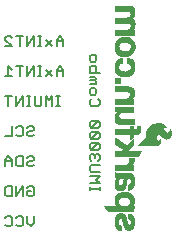
<source format=gbo>
G75*
G70*
%OFA0B0*%
%FSLAX24Y24*%
%IPPOS*%
%LPD*%
%AMOC8*
5,1,8,0,0,1.08239X$1,22.5*
%
%ADD10C,0.0060*%
%ADD11C,0.0010*%
%ADD12R,0.0191X0.0195*%
D10*
X011105Y018335D02*
X011048Y018392D01*
X011105Y018335D02*
X011218Y018335D01*
X011275Y018392D01*
X011275Y018619D01*
X011218Y018675D01*
X011105Y018675D01*
X011048Y018619D01*
X011417Y018619D02*
X011473Y018675D01*
X011587Y018675D01*
X011643Y018619D01*
X011643Y018392D01*
X011587Y018335D01*
X011473Y018335D01*
X011417Y018392D01*
X011785Y018448D02*
X011785Y018675D01*
X011785Y018448D02*
X011898Y018335D01*
X012012Y018448D01*
X012012Y018675D01*
X011955Y019335D02*
X011842Y019335D01*
X011785Y019392D01*
X011785Y019505D01*
X011898Y019505D01*
X011785Y019619D02*
X011842Y019675D01*
X011955Y019675D01*
X012012Y019619D01*
X012012Y019392D01*
X011955Y019335D01*
X011643Y019335D02*
X011643Y019675D01*
X011417Y019335D01*
X011417Y019675D01*
X011275Y019675D02*
X011105Y019675D01*
X011048Y019619D01*
X011048Y019392D01*
X011105Y019335D01*
X011275Y019335D01*
X011275Y019675D01*
X011275Y020335D02*
X011275Y020562D01*
X011162Y020675D01*
X011048Y020562D01*
X011048Y020335D01*
X011048Y020505D02*
X011275Y020505D01*
X011417Y020392D02*
X011417Y020619D01*
X011473Y020675D01*
X011643Y020675D01*
X011643Y020335D01*
X011473Y020335D01*
X011417Y020392D01*
X011785Y020392D02*
X011785Y020448D01*
X011842Y020505D01*
X011955Y020505D01*
X012012Y020562D01*
X012012Y020619D01*
X011955Y020675D01*
X011842Y020675D01*
X011785Y020619D01*
X011785Y020392D02*
X011842Y020335D01*
X011955Y020335D01*
X012012Y020392D01*
X011955Y021335D02*
X012012Y021392D01*
X011955Y021335D02*
X011842Y021335D01*
X011785Y021392D01*
X011785Y021448D01*
X011842Y021505D01*
X011955Y021505D01*
X012012Y021562D01*
X012012Y021619D01*
X011955Y021675D01*
X011842Y021675D01*
X011785Y021619D01*
X011643Y021619D02*
X011643Y021392D01*
X011587Y021335D01*
X011473Y021335D01*
X011417Y021392D01*
X011275Y021335D02*
X011048Y021335D01*
X011275Y021335D02*
X011275Y021675D01*
X011417Y021619D02*
X011473Y021675D01*
X011587Y021675D01*
X011643Y021619D01*
X011644Y022335D02*
X011644Y022675D01*
X011417Y022335D01*
X011417Y022675D01*
X011275Y022675D02*
X011048Y022675D01*
X011162Y022675D02*
X011162Y022335D01*
X011776Y022335D02*
X011889Y022335D01*
X011832Y022335D02*
X011832Y022675D01*
X011776Y022675D02*
X011889Y022675D01*
X012031Y022675D02*
X012031Y022392D01*
X012087Y022335D01*
X012201Y022335D01*
X012257Y022392D01*
X012257Y022675D01*
X012399Y022675D02*
X012399Y022335D01*
X012626Y022335D02*
X012626Y022675D01*
X012512Y022562D01*
X012399Y022675D01*
X012758Y022675D02*
X012871Y022675D01*
X012814Y022675D02*
X012814Y022335D01*
X012758Y022335D02*
X012871Y022335D01*
X013867Y022415D02*
X013867Y022529D01*
X013924Y022586D01*
X013924Y022727D02*
X013867Y022784D01*
X013867Y022897D01*
X013924Y022954D01*
X014037Y022954D01*
X014094Y022897D01*
X014094Y022784D01*
X014037Y022727D01*
X013924Y022727D01*
X014150Y022586D02*
X014207Y022529D01*
X014207Y022415D01*
X014150Y022359D01*
X013924Y022359D01*
X013867Y022415D01*
X013924Y021849D02*
X013867Y021792D01*
X013867Y021679D01*
X013924Y021622D01*
X014150Y021849D01*
X013924Y021849D01*
X014150Y021849D02*
X014207Y021792D01*
X014207Y021679D01*
X014150Y021622D01*
X013924Y021622D01*
X013924Y021481D02*
X013867Y021424D01*
X013867Y021310D01*
X013924Y021254D01*
X014150Y021481D01*
X013924Y021481D01*
X014150Y021481D02*
X014207Y021424D01*
X014207Y021310D01*
X014150Y021254D01*
X013924Y021254D01*
X013924Y021112D02*
X013867Y021056D01*
X013867Y020942D01*
X013924Y020885D01*
X014150Y021112D01*
X013924Y021112D01*
X014150Y021112D02*
X014207Y021056D01*
X014207Y020942D01*
X014150Y020885D01*
X013924Y020885D01*
X013924Y020744D02*
X013867Y020687D01*
X013867Y020574D01*
X013924Y020517D01*
X013924Y020376D02*
X014207Y020376D01*
X014150Y020517D02*
X014207Y020574D01*
X014207Y020687D01*
X014150Y020744D01*
X014094Y020744D01*
X014037Y020687D01*
X013980Y020744D01*
X013924Y020744D01*
X014037Y020687D02*
X014037Y020631D01*
X013924Y020376D02*
X013867Y020319D01*
X013867Y020206D01*
X013924Y020149D01*
X014207Y020149D01*
X014207Y020007D02*
X013867Y020007D01*
X013867Y019781D02*
X014207Y019781D01*
X014094Y019894D01*
X014207Y020007D01*
X014207Y019648D02*
X014207Y019535D01*
X014207Y019592D02*
X013867Y019592D01*
X013867Y019648D02*
X013867Y019535D01*
X013867Y023095D02*
X014094Y023095D01*
X014094Y023152D01*
X014037Y023209D01*
X014094Y023265D01*
X014037Y023322D01*
X013867Y023322D01*
X013867Y023209D02*
X014037Y023209D01*
X014094Y023464D02*
X014094Y023634D01*
X014037Y023690D01*
X013924Y023690D01*
X013867Y023634D01*
X013867Y023464D01*
X014207Y023464D01*
X014037Y023832D02*
X013924Y023832D01*
X013867Y023889D01*
X013867Y024002D01*
X013924Y024059D01*
X014037Y024059D01*
X014094Y024002D01*
X014094Y023889D01*
X014037Y023832D01*
X012994Y023562D02*
X012994Y023335D01*
X012994Y023505D02*
X012767Y023505D01*
X012767Y023562D02*
X012767Y023335D01*
X012626Y023335D02*
X012399Y023562D01*
X012257Y023675D02*
X012144Y023675D01*
X012201Y023675D02*
X012201Y023335D01*
X012257Y023335D02*
X012144Y023335D01*
X012012Y023335D02*
X012012Y023675D01*
X011785Y023335D01*
X011785Y023675D01*
X011644Y023675D02*
X011417Y023675D01*
X011530Y023675D02*
X011530Y023335D01*
X011275Y023335D02*
X011048Y023335D01*
X011162Y023335D02*
X011162Y023675D01*
X011275Y023562D01*
X012399Y023335D02*
X012626Y023562D01*
X012767Y023562D02*
X012881Y023675D01*
X012994Y023562D01*
X012994Y024335D02*
X012994Y024562D01*
X012881Y024675D01*
X012767Y024562D01*
X012767Y024335D01*
X012626Y024335D02*
X012399Y024562D01*
X012257Y024675D02*
X012144Y024675D01*
X012201Y024675D02*
X012201Y024335D01*
X012257Y024335D02*
X012144Y024335D01*
X012012Y024335D02*
X012012Y024675D01*
X011785Y024335D01*
X011785Y024675D01*
X011644Y024675D02*
X011417Y024675D01*
X011530Y024675D02*
X011530Y024335D01*
X011275Y024335D02*
X011048Y024562D01*
X011048Y024619D01*
X011105Y024675D01*
X011219Y024675D01*
X011275Y024619D01*
X011275Y024335D02*
X011048Y024335D01*
X012399Y024335D02*
X012626Y024562D01*
X012767Y024505D02*
X012994Y024505D01*
D11*
X014776Y018261D02*
X014796Y018244D01*
X014820Y018232D01*
X014870Y018215D01*
X014893Y018211D01*
X014907Y018210D01*
X014759Y018491D01*
X014795Y018653D01*
X014926Y018697D01*
X014940Y018690D01*
X015129Y018365D01*
X015237Y018346D01*
X015282Y018495D01*
X015229Y018661D01*
X015172Y018738D01*
X015186Y018757D01*
X015208Y018749D01*
X015239Y018735D01*
X015256Y018724D01*
X015272Y018710D01*
X015302Y018672D01*
X015323Y018629D01*
X015337Y018576D01*
X015343Y018521D01*
X015343Y018450D01*
X015337Y018394D01*
X015321Y018339D01*
X015295Y018289D01*
X015280Y018270D01*
X015262Y018255D01*
X015242Y018243D01*
X015199Y018229D01*
X015155Y018224D01*
X015110Y018228D01*
X015091Y018234D01*
X015073Y018244D01*
X015058Y018257D01*
X015037Y018284D01*
X015020Y018313D01*
X015008Y018345D01*
X014974Y018488D01*
X014962Y018535D01*
X014943Y018579D01*
X014933Y018593D01*
X014920Y018604D01*
X014905Y018612D01*
X014888Y018616D01*
X014871Y018615D01*
X014854Y018610D01*
X014840Y018601D01*
X014828Y018589D01*
X014815Y018568D01*
X014776Y018568D01*
X014782Y018568D02*
X014702Y018568D01*
X014701Y018559D02*
X014780Y018559D01*
X014774Y018559D02*
X014812Y018559D01*
X014809Y018551D02*
X014772Y018551D01*
X014779Y018551D02*
X014700Y018551D01*
X014707Y018603D01*
X014718Y018642D01*
X014736Y018679D01*
X014760Y018712D01*
X014789Y018741D01*
X014811Y018756D01*
X014987Y018756D01*
X014984Y018758D02*
X015000Y018748D01*
X015014Y018735D01*
X015034Y018708D01*
X015050Y018678D01*
X015074Y018613D01*
X015089Y018545D01*
X015105Y018465D01*
X015116Y018435D01*
X015133Y018407D01*
X015145Y018395D01*
X015161Y018387D01*
X015177Y018384D01*
X015193Y018386D01*
X015208Y018393D01*
X015219Y018403D01*
X015228Y018416D01*
X015234Y018434D01*
X015238Y018452D01*
X015240Y018486D01*
X015238Y018520D01*
X015234Y018540D01*
X015226Y018560D01*
X015215Y018577D01*
X015204Y018589D01*
X015191Y018598D01*
X015176Y018604D01*
X015165Y018606D01*
X015155Y018607D01*
X015155Y018760D01*
X015183Y018757D01*
X015234Y018676D01*
X015286Y018497D01*
X015243Y018332D01*
X015123Y018353D01*
X015020Y018526D01*
X014929Y018693D01*
X014801Y018650D01*
X014766Y018495D01*
X014907Y018210D01*
X014907Y018362D01*
X014905Y018362D01*
X014885Y018363D01*
X014865Y018369D01*
X014848Y018380D01*
X014830Y018398D01*
X014816Y018420D01*
X014807Y018444D01*
X014804Y018467D01*
X014804Y018520D01*
X014807Y018545D01*
X014815Y018568D01*
X014820Y018577D02*
X014778Y018577D01*
X014784Y018577D02*
X014703Y018577D01*
X014704Y018585D02*
X014786Y018585D01*
X014780Y018585D02*
X014825Y018585D01*
X014832Y018594D02*
X014782Y018594D01*
X014788Y018594D02*
X014706Y018594D01*
X014707Y018602D02*
X014790Y018602D01*
X014784Y018602D02*
X014841Y018602D01*
X014857Y018611D02*
X014785Y018611D01*
X014792Y018611D02*
X014709Y018611D01*
X014711Y018619D02*
X014794Y018619D01*
X014787Y018619D02*
X014981Y018619D01*
X014986Y018611D02*
X014908Y018611D01*
X014923Y018602D02*
X014991Y018602D01*
X014996Y018594D02*
X014933Y018594D01*
X014939Y018585D02*
X015001Y018585D01*
X015006Y018577D02*
X014944Y018577D01*
X014948Y018568D02*
X015011Y018568D01*
X015016Y018559D02*
X014951Y018559D01*
X014955Y018551D02*
X015021Y018551D01*
X015026Y018542D02*
X014958Y018542D01*
X014962Y018534D02*
X015031Y018534D01*
X015036Y018525D02*
X014964Y018525D01*
X014966Y018517D02*
X015041Y018517D01*
X015046Y018508D02*
X014969Y018508D01*
X014971Y018500D02*
X015051Y018500D01*
X015056Y018491D02*
X014973Y018491D01*
X014975Y018483D02*
X015060Y018483D01*
X015065Y018474D02*
X014977Y018474D01*
X014979Y018466D02*
X015070Y018466D01*
X015075Y018457D02*
X014981Y018457D01*
X014983Y018448D02*
X015080Y018448D01*
X015085Y018440D02*
X014985Y018440D01*
X014987Y018431D02*
X015090Y018431D01*
X015095Y018423D02*
X014989Y018423D01*
X014991Y018414D02*
X015100Y018414D01*
X015105Y018406D02*
X014993Y018406D01*
X014995Y018397D02*
X015110Y018397D01*
X015115Y018389D02*
X014997Y018389D01*
X015000Y018380D02*
X015120Y018380D01*
X015125Y018372D02*
X015002Y018372D01*
X015004Y018363D02*
X015140Y018363D01*
X015122Y018354D02*
X015249Y018354D01*
X015246Y018346D02*
X015164Y018346D01*
X015189Y018354D02*
X015006Y018354D01*
X015008Y018346D02*
X015322Y018346D01*
X015325Y018354D02*
X015239Y018354D01*
X015242Y018363D02*
X015328Y018363D01*
X015330Y018372D02*
X015245Y018372D01*
X015253Y018372D02*
X015112Y018372D01*
X015107Y018380D02*
X015255Y018380D01*
X015247Y018380D02*
X015333Y018380D01*
X015335Y018389D02*
X015250Y018389D01*
X015258Y018389D02*
X015198Y018389D01*
X015213Y018397D02*
X015260Y018397D01*
X015252Y018397D02*
X015337Y018397D01*
X015338Y018406D02*
X015255Y018406D01*
X015262Y018406D02*
X015221Y018406D01*
X015227Y018414D02*
X015264Y018414D01*
X015257Y018414D02*
X015339Y018414D01*
X015340Y018423D02*
X015260Y018423D01*
X015267Y018423D02*
X015230Y018423D01*
X015233Y018431D02*
X015269Y018431D01*
X015263Y018431D02*
X015341Y018431D01*
X015342Y018440D02*
X015265Y018440D01*
X015271Y018440D02*
X015236Y018440D01*
X015237Y018448D02*
X015273Y018448D01*
X015268Y018448D02*
X015343Y018448D01*
X015343Y018457D02*
X015270Y018457D01*
X015275Y018457D02*
X015238Y018457D01*
X015239Y018466D02*
X015278Y018466D01*
X015273Y018466D02*
X015343Y018466D01*
X015343Y018474D02*
X015276Y018474D01*
X015280Y018474D02*
X015239Y018474D01*
X015239Y018483D02*
X015282Y018483D01*
X015278Y018483D02*
X015343Y018483D01*
X015343Y018491D02*
X015281Y018491D01*
X015284Y018491D02*
X015239Y018491D01*
X015239Y018500D02*
X015285Y018500D01*
X015280Y018500D02*
X015343Y018500D01*
X015343Y018508D02*
X015278Y018508D01*
X015283Y018508D02*
X015238Y018508D01*
X015238Y018517D02*
X015280Y018517D01*
X015275Y018517D02*
X015343Y018517D01*
X015342Y018525D02*
X015272Y018525D01*
X015278Y018525D02*
X015237Y018525D01*
X015235Y018534D02*
X015275Y018534D01*
X015269Y018534D02*
X015342Y018534D01*
X015341Y018542D02*
X015267Y018542D01*
X015273Y018542D02*
X015233Y018542D01*
X015230Y018551D02*
X015270Y018551D01*
X015264Y018551D02*
X015340Y018551D01*
X015339Y018559D02*
X015261Y018559D01*
X015268Y018559D02*
X015226Y018559D01*
X015221Y018568D02*
X015265Y018568D01*
X015259Y018568D02*
X015338Y018568D01*
X015337Y018577D02*
X015256Y018577D01*
X015263Y018577D02*
X015215Y018577D01*
X015207Y018585D02*
X015260Y018585D01*
X015253Y018585D02*
X015335Y018585D01*
X015332Y018594D02*
X015250Y018594D01*
X015258Y018594D02*
X015196Y018594D01*
X015180Y018602D02*
X015255Y018602D01*
X015248Y018602D02*
X015330Y018602D01*
X015328Y018611D02*
X015245Y018611D01*
X015253Y018611D02*
X015155Y018611D01*
X015155Y018619D02*
X015250Y018619D01*
X015242Y018619D02*
X015325Y018619D01*
X015323Y018628D02*
X015239Y018628D01*
X015237Y018636D02*
X015319Y018636D01*
X015315Y018645D02*
X015234Y018645D01*
X015231Y018653D02*
X015311Y018653D01*
X015307Y018662D02*
X015228Y018662D01*
X015238Y018662D02*
X015155Y018662D01*
X015155Y018671D02*
X015235Y018671D01*
X015232Y018679D02*
X015155Y018679D01*
X015155Y018688D02*
X015227Y018688D01*
X015221Y018696D02*
X015155Y018696D01*
X015155Y018705D02*
X015216Y018705D01*
X015210Y018713D02*
X015155Y018713D01*
X015155Y018722D02*
X015205Y018722D01*
X015200Y018730D02*
X015155Y018730D01*
X015155Y018739D02*
X015194Y018739D01*
X015189Y018747D02*
X015155Y018747D01*
X015155Y018756D02*
X015184Y018756D01*
X015185Y018756D02*
X015189Y018756D01*
X015179Y018747D02*
X015211Y018747D01*
X015230Y018739D02*
X015172Y018739D01*
X015178Y018730D02*
X015246Y018730D01*
X015259Y018722D02*
X015184Y018722D01*
X015190Y018713D02*
X015268Y018713D01*
X015276Y018705D02*
X015197Y018705D01*
X015203Y018696D02*
X015283Y018696D01*
X015289Y018688D02*
X015209Y018688D01*
X015216Y018679D02*
X015296Y018679D01*
X015302Y018671D02*
X015222Y018671D01*
X015240Y018653D02*
X015155Y018653D01*
X015155Y018645D02*
X015243Y018645D01*
X015245Y018636D02*
X015155Y018636D01*
X015155Y018628D02*
X015248Y018628D01*
X015078Y018594D02*
X014983Y018594D01*
X014978Y018602D02*
X015076Y018602D01*
X015074Y018611D02*
X014974Y018611D01*
X014969Y018619D02*
X015071Y018619D01*
X015068Y018628D02*
X014964Y018628D01*
X014960Y018636D02*
X015065Y018636D01*
X015062Y018645D02*
X014955Y018645D01*
X014950Y018653D02*
X015059Y018653D01*
X015056Y018662D02*
X014946Y018662D01*
X014941Y018671D02*
X015053Y018671D01*
X015049Y018679D02*
X014936Y018679D01*
X014932Y018688D02*
X015045Y018688D01*
X015040Y018696D02*
X014748Y018696D01*
X014742Y018688D02*
X014913Y018688D01*
X014923Y018696D02*
X014928Y018696D01*
X014941Y018688D02*
X014898Y018688D01*
X014887Y018679D02*
X014736Y018679D01*
X014732Y018671D02*
X014862Y018671D01*
X014872Y018679D02*
X014946Y018679D01*
X014951Y018671D02*
X014847Y018671D01*
X014837Y018662D02*
X014727Y018662D01*
X014723Y018653D02*
X014811Y018653D01*
X014800Y018645D02*
X014719Y018645D01*
X014716Y018636D02*
X014798Y018636D01*
X014791Y018636D02*
X014971Y018636D01*
X014976Y018628D02*
X014789Y018628D01*
X014796Y018628D02*
X014714Y018628D01*
X014700Y018551D02*
X014698Y018499D01*
X014705Y018398D01*
X014713Y018362D01*
X014729Y018328D01*
X014759Y018281D01*
X014776Y018261D01*
X014776Y018260D02*
X014882Y018260D01*
X014880Y018260D02*
X014907Y018260D01*
X014907Y018252D02*
X014885Y018252D01*
X014886Y018252D02*
X014787Y018252D01*
X014798Y018243D02*
X014890Y018243D01*
X014889Y018243D02*
X014907Y018243D01*
X014907Y018235D02*
X014894Y018235D01*
X014895Y018235D02*
X014814Y018235D01*
X014837Y018226D02*
X014899Y018226D01*
X014898Y018226D02*
X014907Y018226D01*
X014903Y018218D02*
X014907Y018218D01*
X014903Y018218D02*
X014862Y018218D01*
X014876Y018269D02*
X014907Y018269D01*
X014907Y018278D02*
X014871Y018278D01*
X014873Y018278D02*
X014762Y018278D01*
X014756Y018286D02*
X014869Y018286D01*
X014867Y018286D02*
X014907Y018286D01*
X014907Y018295D02*
X014862Y018295D01*
X014865Y018295D02*
X014750Y018295D01*
X014745Y018303D02*
X014861Y018303D01*
X014858Y018303D02*
X014907Y018303D01*
X014907Y018312D02*
X014853Y018312D01*
X014857Y018312D02*
X014739Y018312D01*
X014734Y018320D02*
X014852Y018320D01*
X014849Y018320D02*
X014907Y018320D01*
X014907Y018329D02*
X014844Y018329D01*
X014848Y018329D02*
X014729Y018329D01*
X014725Y018337D02*
X014844Y018337D01*
X014840Y018337D02*
X014907Y018337D01*
X014907Y018346D02*
X014835Y018346D01*
X014840Y018346D02*
X014721Y018346D01*
X014717Y018354D02*
X014835Y018354D01*
X014831Y018354D02*
X014907Y018354D01*
X014889Y018363D02*
X014826Y018363D01*
X014831Y018363D02*
X014713Y018363D01*
X014711Y018372D02*
X014827Y018372D01*
X014822Y018372D02*
X014862Y018372D01*
X014848Y018380D02*
X014817Y018380D01*
X014823Y018380D02*
X014709Y018380D01*
X014707Y018389D02*
X014819Y018389D01*
X014813Y018389D02*
X014839Y018389D01*
X014831Y018397D02*
X014808Y018397D01*
X014814Y018397D02*
X014705Y018397D01*
X014704Y018406D02*
X014810Y018406D01*
X014804Y018406D02*
X014825Y018406D01*
X014819Y018414D02*
X014799Y018414D01*
X014806Y018414D02*
X014704Y018414D01*
X014703Y018423D02*
X014802Y018423D01*
X014795Y018423D02*
X014815Y018423D01*
X014812Y018431D02*
X014790Y018431D01*
X014797Y018431D02*
X014703Y018431D01*
X014702Y018440D02*
X014793Y018440D01*
X014786Y018440D02*
X014808Y018440D01*
X014806Y018448D02*
X014781Y018448D01*
X014789Y018448D02*
X014701Y018448D01*
X014701Y018457D02*
X014785Y018457D01*
X014777Y018457D02*
X014805Y018457D01*
X014804Y018466D02*
X014772Y018466D01*
X014780Y018466D02*
X014700Y018466D01*
X014700Y018474D02*
X014776Y018474D01*
X014768Y018474D02*
X014804Y018474D01*
X014804Y018483D02*
X014763Y018483D01*
X014772Y018483D02*
X014699Y018483D01*
X014698Y018491D02*
X014768Y018491D01*
X014767Y018500D02*
X014698Y018500D01*
X014698Y018508D02*
X014769Y018508D01*
X014763Y018508D02*
X014804Y018508D01*
X014804Y018500D02*
X014761Y018500D01*
X014759Y018491D02*
X014804Y018491D01*
X014804Y018517D02*
X014765Y018517D01*
X014771Y018517D02*
X014698Y018517D01*
X014699Y018525D02*
X014773Y018525D01*
X014766Y018525D02*
X014805Y018525D01*
X014806Y018534D02*
X014768Y018534D01*
X014775Y018534D02*
X014699Y018534D01*
X014699Y018542D02*
X014777Y018542D01*
X014770Y018542D02*
X014807Y018542D01*
X014793Y018645D02*
X014966Y018645D01*
X014961Y018653D02*
X014796Y018653D01*
X014822Y018662D02*
X014956Y018662D01*
X014988Y018585D02*
X015080Y018585D01*
X015082Y018577D02*
X014992Y018577D01*
X014997Y018568D02*
X015084Y018568D01*
X015086Y018559D02*
X015002Y018559D01*
X015006Y018551D02*
X015088Y018551D01*
X015089Y018542D02*
X015011Y018542D01*
X015016Y018534D02*
X015091Y018534D01*
X015093Y018525D02*
X015020Y018525D01*
X015025Y018517D02*
X015094Y018517D01*
X015096Y018508D02*
X015030Y018508D01*
X015036Y018500D02*
X015098Y018500D01*
X015100Y018491D02*
X015041Y018491D01*
X015046Y018483D02*
X015101Y018483D01*
X015103Y018474D02*
X015051Y018474D01*
X015056Y018466D02*
X015105Y018466D01*
X015108Y018457D02*
X015061Y018457D01*
X015066Y018448D02*
X015111Y018448D01*
X015114Y018440D02*
X015071Y018440D01*
X015076Y018431D02*
X015118Y018431D01*
X015123Y018423D02*
X015081Y018423D01*
X015086Y018414D02*
X015128Y018414D01*
X015134Y018406D02*
X015091Y018406D01*
X015097Y018397D02*
X015143Y018397D01*
X015158Y018389D02*
X015102Y018389D01*
X015117Y018363D02*
X015251Y018363D01*
X015244Y018337D02*
X015212Y018337D01*
X015286Y018278D02*
X015042Y018278D01*
X015035Y018286D02*
X015293Y018286D01*
X015298Y018295D02*
X015030Y018295D01*
X015026Y018303D02*
X015302Y018303D01*
X015306Y018312D02*
X015021Y018312D01*
X015017Y018320D02*
X015311Y018320D01*
X015315Y018329D02*
X015014Y018329D01*
X015011Y018337D02*
X015319Y018337D01*
X015279Y018269D02*
X015048Y018269D01*
X015055Y018260D02*
X015269Y018260D01*
X015257Y018252D02*
X015064Y018252D01*
X015074Y018243D02*
X015242Y018243D01*
X015217Y018235D02*
X015089Y018235D01*
X015128Y018226D02*
X015176Y018226D01*
X014878Y018269D02*
X014769Y018269D01*
X014754Y018705D02*
X015036Y018705D01*
X015030Y018713D02*
X014760Y018713D01*
X014769Y018722D02*
X015024Y018722D01*
X015017Y018730D02*
X014778Y018730D01*
X014787Y018739D02*
X015010Y018739D01*
X015001Y018747D02*
X014798Y018747D01*
X014811Y018756D02*
X014836Y018766D01*
X014862Y018772D01*
X014903Y018775D01*
X014944Y018771D01*
X014984Y018758D01*
X014965Y018765D02*
X014831Y018765D01*
X014876Y018773D02*
X014925Y018773D01*
X014969Y019014D02*
X014938Y019019D01*
X014911Y019028D01*
X014909Y019028D01*
X014908Y019028D01*
X014907Y019026D01*
X014907Y019025D01*
X014907Y019020D01*
X014785Y019020D01*
X014344Y019020D01*
X014491Y018857D01*
X015298Y018857D01*
X015301Y018857D01*
X015330Y019010D01*
X015251Y019009D01*
X015248Y019012D01*
X015247Y019014D01*
X015257Y019023D01*
X015295Y019058D01*
X015307Y019072D01*
X015193Y019072D01*
X015190Y019069D02*
X015163Y019045D01*
X015134Y019028D01*
X015103Y019017D01*
X015070Y019013D01*
X014969Y019014D01*
X014933Y019021D02*
X014907Y019021D01*
X014901Y019029D02*
X014904Y019032D01*
X014902Y019032D01*
X014898Y019033D01*
X014895Y019035D01*
X014892Y019037D01*
X014869Y019049D01*
X014850Y019066D01*
X014835Y019087D01*
X014823Y019115D01*
X014712Y019115D01*
X014710Y019123D02*
X014821Y019123D01*
X014823Y019115D02*
X014817Y019144D01*
X014817Y019181D01*
X014824Y019217D01*
X014838Y019247D01*
X014859Y019273D01*
X014886Y019292D01*
X014917Y019304D01*
X014994Y019316D01*
X015073Y019316D01*
X015112Y019308D01*
X015149Y019292D01*
X015180Y019268D01*
X015206Y019237D01*
X015217Y019216D01*
X015223Y019194D01*
X015225Y019171D01*
X015223Y019128D01*
X015220Y019112D01*
X015213Y019098D01*
X015190Y019069D01*
X015184Y019064D02*
X015300Y019064D01*
X015307Y019072D02*
X015316Y019087D01*
X015337Y019139D01*
X015341Y019158D01*
X015342Y019236D01*
X015335Y019279D01*
X015319Y019319D01*
X015298Y019355D01*
X015272Y019387D01*
X015237Y019418D01*
X015196Y019441D01*
X015113Y019468D01*
X015026Y019479D01*
X014939Y019474D01*
X014885Y019461D01*
X014833Y019439D01*
X015199Y019439D01*
X015214Y019431D02*
X014820Y019431D01*
X014807Y019422D02*
X015229Y019422D01*
X015242Y019414D02*
X014794Y019414D01*
X014787Y019409D02*
X014759Y019383D01*
X014736Y019353D01*
X014718Y019319D01*
X014707Y019283D01*
X014699Y019235D01*
X014699Y019187D01*
X014705Y019139D01*
X014715Y019106D01*
X014827Y019106D01*
X014830Y019098D02*
X014720Y019098D01*
X014715Y019106D02*
X014732Y019076D01*
X014756Y019050D01*
X014784Y019029D01*
X014901Y019029D01*
X014783Y019029D01*
X014772Y019038D02*
X014890Y019038D01*
X014874Y019046D02*
X014760Y019046D01*
X014751Y019055D02*
X014862Y019055D01*
X014853Y019064D02*
X014743Y019064D01*
X014736Y019072D02*
X014846Y019072D01*
X014839Y019081D02*
X014730Y019081D01*
X014725Y019089D02*
X014834Y019089D01*
X014819Y019132D02*
X014707Y019132D01*
X014705Y019140D02*
X014818Y019140D01*
X014817Y019149D02*
X014704Y019149D01*
X014702Y019158D02*
X014817Y019158D01*
X014817Y019166D02*
X014701Y019166D01*
X014700Y019175D02*
X014817Y019175D01*
X014817Y019183D02*
X014699Y019183D01*
X014699Y019192D02*
X014819Y019192D01*
X014820Y019200D02*
X014699Y019200D01*
X014699Y019209D02*
X014822Y019209D01*
X014824Y019217D02*
X014699Y019217D01*
X014699Y019226D02*
X014828Y019226D01*
X014832Y019234D02*
X014699Y019234D01*
X014701Y019243D02*
X014836Y019243D01*
X014841Y019251D02*
X014702Y019251D01*
X014703Y019260D02*
X014848Y019260D01*
X014855Y019269D02*
X014705Y019269D01*
X014706Y019277D02*
X014865Y019277D01*
X014877Y019286D02*
X014708Y019286D01*
X014710Y019294D02*
X014891Y019294D01*
X014913Y019303D02*
X014713Y019303D01*
X014716Y019311D02*
X014963Y019311D01*
X015097Y019311D02*
X015322Y019311D01*
X015325Y019303D02*
X015124Y019303D01*
X015143Y019294D02*
X015329Y019294D01*
X015332Y019286D02*
X015157Y019286D01*
X015168Y019277D02*
X015335Y019277D01*
X015336Y019269D02*
X015179Y019269D01*
X015187Y019260D02*
X015338Y019260D01*
X015339Y019251D02*
X015194Y019251D01*
X015201Y019243D02*
X015341Y019243D01*
X015342Y019234D02*
X015207Y019234D01*
X015212Y019226D02*
X015342Y019226D01*
X015342Y019217D02*
X015216Y019217D01*
X015219Y019209D02*
X015341Y019209D01*
X015341Y019200D02*
X015221Y019200D01*
X015223Y019192D02*
X015341Y019192D01*
X015341Y019183D02*
X015224Y019183D01*
X015225Y019175D02*
X015341Y019175D01*
X015341Y019166D02*
X015225Y019166D01*
X015224Y019158D02*
X015341Y019158D01*
X015339Y019149D02*
X015224Y019149D01*
X015223Y019140D02*
X015337Y019140D01*
X015334Y019132D02*
X015223Y019132D01*
X015222Y019123D02*
X015331Y019123D01*
X015327Y019115D02*
X015220Y019115D01*
X015217Y019106D02*
X015324Y019106D01*
X015320Y019098D02*
X015213Y019098D01*
X015206Y019089D02*
X015317Y019089D01*
X015312Y019081D02*
X015199Y019081D01*
X015174Y019055D02*
X015292Y019055D01*
X015282Y019046D02*
X015164Y019046D01*
X015151Y019038D02*
X015273Y019038D01*
X015264Y019029D02*
X015136Y019029D01*
X015113Y019021D02*
X015254Y019021D01*
X015248Y019012D02*
X014351Y019012D01*
X014359Y019004D02*
X015329Y019004D01*
X015327Y018995D02*
X014366Y018995D01*
X014374Y018987D02*
X015325Y018987D01*
X015324Y018978D02*
X014382Y018978D01*
X014389Y018970D02*
X015322Y018970D01*
X015321Y018961D02*
X014397Y018961D01*
X014405Y018952D02*
X015319Y018952D01*
X015317Y018944D02*
X014412Y018944D01*
X014420Y018935D02*
X015316Y018935D01*
X015314Y018927D02*
X014428Y018927D01*
X014436Y018918D02*
X015312Y018918D01*
X015311Y018910D02*
X014443Y018910D01*
X014451Y018901D02*
X015309Y018901D01*
X015308Y018893D02*
X014459Y018893D01*
X014466Y018884D02*
X015306Y018884D01*
X015304Y018876D02*
X014474Y018876D01*
X014482Y018867D02*
X015303Y018867D01*
X015301Y018859D02*
X014490Y018859D01*
X014719Y019320D02*
X015318Y019320D01*
X015313Y019328D02*
X014723Y019328D01*
X014728Y019337D02*
X015308Y019337D01*
X015303Y019345D02*
X014732Y019345D01*
X014737Y019354D02*
X015298Y019354D01*
X015291Y019363D02*
X014743Y019363D01*
X014750Y019371D02*
X015284Y019371D01*
X015278Y019380D02*
X014756Y019380D01*
X014764Y019388D02*
X015271Y019388D01*
X015261Y019397D02*
X014774Y019397D01*
X014783Y019405D02*
X015251Y019405D01*
X015174Y019448D02*
X014853Y019448D01*
X014833Y019439D02*
X014787Y019409D01*
X014873Y019457D02*
X015147Y019457D01*
X015120Y019465D02*
X014901Y019465D01*
X014937Y019474D02*
X015065Y019474D01*
X015140Y019556D02*
X015141Y019555D01*
X015141Y019720D01*
X015141Y019722D01*
X015143Y019722D01*
X015165Y019725D01*
X015185Y019732D01*
X015203Y019745D01*
X015218Y019761D01*
X015229Y019780D01*
X015236Y019803D01*
X015238Y019827D01*
X015236Y019881D01*
X015233Y019896D01*
X015228Y019911D01*
X015220Y019924D01*
X015210Y019935D01*
X015198Y019943D01*
X015185Y019949D01*
X015163Y019954D01*
X015141Y019954D01*
X015120Y019949D01*
X015115Y019947D01*
X015111Y019944D01*
X015100Y019932D01*
X015090Y019914D01*
X015083Y019895D01*
X015074Y019843D01*
X015065Y019756D01*
X015054Y019696D01*
X014702Y019696D01*
X014700Y019704D02*
X014856Y019704D01*
X014853Y019705D02*
X014866Y019702D01*
X014890Y019702D01*
X014914Y019706D01*
X014936Y019715D01*
X014949Y019724D01*
X014959Y019735D01*
X014971Y019755D01*
X014971Y019756D02*
X015065Y019756D01*
X015066Y019764D02*
X014974Y019764D01*
X014977Y019773D02*
X015067Y019773D01*
X015067Y019781D02*
X014980Y019781D01*
X014979Y019776D02*
X014983Y019798D01*
X014989Y019855D01*
X014996Y019894D01*
X015007Y019932D01*
X015011Y019940D01*
X015017Y019947D01*
X015025Y019952D01*
X015134Y019952D01*
X015110Y019944D02*
X015014Y019944D01*
X015008Y019935D02*
X015103Y019935D01*
X015097Y019926D02*
X015005Y019926D01*
X015003Y019918D02*
X015092Y019918D01*
X015088Y019909D02*
X015000Y019909D01*
X014997Y019901D02*
X015085Y019901D01*
X015082Y019892D02*
X014995Y019892D01*
X014994Y019884D02*
X015081Y019884D01*
X015079Y019875D02*
X014992Y019875D01*
X014991Y019867D02*
X015078Y019867D01*
X015076Y019858D02*
X014989Y019858D01*
X014988Y019850D02*
X015075Y019850D01*
X015074Y019841D02*
X014987Y019841D01*
X014986Y019832D02*
X015073Y019832D01*
X015072Y019824D02*
X014986Y019824D01*
X014985Y019815D02*
X015071Y019815D01*
X015070Y019807D02*
X014984Y019807D01*
X014983Y019798D02*
X015069Y019798D01*
X015068Y019790D02*
X014981Y019790D01*
X014979Y019776D02*
X014971Y019755D01*
X014966Y019747D02*
X015063Y019747D01*
X015062Y019738D02*
X014961Y019738D01*
X014954Y019730D02*
X015060Y019730D01*
X015059Y019721D02*
X014945Y019721D01*
X014930Y019713D02*
X015057Y019713D01*
X015056Y019704D02*
X014904Y019704D01*
X014853Y019705D02*
X014841Y019711D01*
X014830Y019719D01*
X014817Y019734D01*
X014809Y019752D01*
X014805Y019771D01*
X014803Y019832D01*
X014809Y019874D01*
X014814Y019888D01*
X014822Y019900D01*
X014851Y019930D01*
X014860Y019936D01*
X014871Y019941D01*
X014878Y019943D01*
X014921Y019951D01*
X014964Y019954D01*
X014997Y019954D01*
X014997Y020115D01*
X014826Y020114D01*
X014773Y020118D01*
X014721Y020132D01*
X014713Y020135D01*
X014713Y019976D01*
X014713Y019974D01*
X014713Y019973D01*
X014715Y019972D01*
X014726Y019969D01*
X014767Y019960D01*
X014769Y019959D01*
X014771Y019957D01*
X014772Y019955D01*
X014771Y019952D01*
X014932Y019952D01*
X014880Y019944D02*
X014764Y019944D01*
X014770Y019950D02*
X014771Y019952D01*
X014770Y019950D02*
X014742Y019917D01*
X014721Y019880D01*
X014707Y019839D01*
X014697Y019775D01*
X014699Y019711D01*
X014711Y019657D01*
X014735Y019607D01*
X014748Y019589D01*
X014765Y019575D01*
X014784Y019563D01*
X014823Y019548D01*
X014864Y019541D01*
X014906Y019541D01*
X014943Y019549D01*
X014977Y019566D01*
X015001Y019586D01*
X015020Y019610D01*
X015035Y019637D01*
X015054Y019696D01*
X015051Y019687D02*
X014704Y019687D01*
X014706Y019679D02*
X015048Y019679D01*
X015046Y019670D02*
X014708Y019670D01*
X014710Y019662D02*
X015043Y019662D01*
X015040Y019653D02*
X014713Y019653D01*
X014717Y019644D02*
X015037Y019644D01*
X015034Y019636D02*
X014721Y019636D01*
X014725Y019627D02*
X015030Y019627D01*
X015025Y019619D02*
X014729Y019619D01*
X014733Y019610D02*
X015021Y019610D01*
X015014Y019602D02*
X014739Y019602D01*
X014745Y019593D02*
X015007Y019593D01*
X015000Y019585D02*
X014754Y019585D01*
X014763Y019576D02*
X014989Y019576D01*
X014979Y019568D02*
X014776Y019568D01*
X014794Y019559D02*
X014963Y019559D01*
X014946Y019551D02*
X014817Y019551D01*
X014858Y019542D02*
X014910Y019542D01*
X014838Y019713D02*
X014699Y019713D01*
X014699Y019721D02*
X014828Y019721D01*
X014821Y019730D02*
X014698Y019730D01*
X014698Y019738D02*
X014815Y019738D01*
X014811Y019747D02*
X014698Y019747D01*
X014698Y019756D02*
X014808Y019756D01*
X014806Y019764D02*
X014698Y019764D01*
X014697Y019773D02*
X014805Y019773D01*
X014804Y019781D02*
X014698Y019781D01*
X014699Y019790D02*
X014804Y019790D01*
X014804Y019798D02*
X014701Y019798D01*
X014702Y019807D02*
X014804Y019807D01*
X014803Y019815D02*
X014703Y019815D01*
X014705Y019824D02*
X014803Y019824D01*
X014803Y019832D02*
X014706Y019832D01*
X014707Y019841D02*
X014804Y019841D01*
X014805Y019850D02*
X014710Y019850D01*
X014713Y019858D02*
X014807Y019858D01*
X014808Y019867D02*
X014716Y019867D01*
X014719Y019875D02*
X014809Y019875D01*
X014813Y019884D02*
X014723Y019884D01*
X014728Y019892D02*
X014817Y019892D01*
X014823Y019901D02*
X014733Y019901D01*
X014737Y019909D02*
X014831Y019909D01*
X014839Y019918D02*
X014742Y019918D01*
X014750Y019926D02*
X014847Y019926D01*
X014858Y019935D02*
X014757Y019935D01*
X014764Y019961D02*
X014997Y019961D01*
X015001Y019961D02*
X015332Y019961D01*
X015334Y019954D02*
X015343Y019886D01*
X015343Y019817D01*
X015335Y019748D01*
X015322Y019700D01*
X015301Y019654D01*
X015278Y019622D01*
X015250Y019595D01*
X015216Y019574D01*
X015179Y019561D01*
X015140Y019556D01*
X015141Y019559D02*
X015162Y019559D01*
X015141Y019568D02*
X015196Y019568D01*
X015219Y019576D02*
X015141Y019576D01*
X015141Y019585D02*
X015233Y019585D01*
X015247Y019593D02*
X015141Y019593D01*
X015141Y019602D02*
X015257Y019602D01*
X015266Y019610D02*
X015141Y019610D01*
X015141Y019619D02*
X015275Y019619D01*
X015282Y019627D02*
X015141Y019627D01*
X015141Y019636D02*
X015288Y019636D01*
X015294Y019644D02*
X015141Y019644D01*
X015141Y019653D02*
X015300Y019653D01*
X015304Y019662D02*
X015141Y019662D01*
X015141Y019670D02*
X015308Y019670D01*
X015312Y019679D02*
X015141Y019679D01*
X015141Y019687D02*
X015316Y019687D01*
X015320Y019696D02*
X015141Y019696D01*
X015141Y019704D02*
X015323Y019704D01*
X015325Y019713D02*
X015141Y019713D01*
X015141Y019721D02*
X015328Y019721D01*
X015330Y019730D02*
X015179Y019730D01*
X015194Y019738D02*
X015332Y019738D01*
X015335Y019747D02*
X015206Y019747D01*
X015213Y019756D02*
X015336Y019756D01*
X015337Y019764D02*
X015220Y019764D01*
X015225Y019773D02*
X015338Y019773D01*
X015339Y019781D02*
X015229Y019781D01*
X015232Y019790D02*
X015340Y019790D01*
X015341Y019798D02*
X015234Y019798D01*
X015236Y019807D02*
X015342Y019807D01*
X015343Y019815D02*
X015237Y019815D01*
X015238Y019824D02*
X015343Y019824D01*
X015343Y019832D02*
X015238Y019832D01*
X015237Y019841D02*
X015343Y019841D01*
X015343Y019850D02*
X015237Y019850D01*
X015237Y019858D02*
X015343Y019858D01*
X015343Y019867D02*
X015236Y019867D01*
X015236Y019875D02*
X015343Y019875D01*
X015343Y019884D02*
X015235Y019884D01*
X015234Y019892D02*
X015342Y019892D01*
X015341Y019901D02*
X015232Y019901D01*
X015229Y019909D02*
X015340Y019909D01*
X015339Y019918D02*
X015224Y019918D01*
X015218Y019926D02*
X015337Y019926D01*
X015336Y019935D02*
X015210Y019935D01*
X015197Y019944D02*
X015335Y019944D01*
X015334Y019952D02*
X015171Y019952D01*
X015025Y019954D02*
X015001Y019954D01*
X015001Y020114D01*
X015191Y020114D01*
X015220Y020110D01*
X015247Y020100D01*
X015271Y020083D01*
X015290Y020061D01*
X015317Y020010D01*
X015334Y019954D01*
X015329Y019969D02*
X015001Y019969D01*
X014997Y019969D02*
X014726Y019969D01*
X014713Y019978D02*
X014997Y019978D01*
X015001Y019978D02*
X015327Y019978D01*
X015324Y019986D02*
X015001Y019986D01*
X014997Y019986D02*
X014713Y019986D01*
X014713Y019995D02*
X014997Y019995D01*
X015001Y019995D02*
X015322Y019995D01*
X015319Y020003D02*
X015001Y020003D01*
X014997Y020003D02*
X014713Y020003D01*
X014713Y020012D02*
X014997Y020012D01*
X015001Y020012D02*
X015316Y020012D01*
X015311Y020020D02*
X015001Y020020D01*
X014997Y020020D02*
X014713Y020020D01*
X014713Y020029D02*
X014997Y020029D01*
X015001Y020029D02*
X015307Y020029D01*
X015302Y020037D02*
X015001Y020037D01*
X014997Y020037D02*
X014713Y020037D01*
X014713Y020046D02*
X014997Y020046D01*
X015001Y020046D02*
X015298Y020046D01*
X015293Y020055D02*
X015001Y020055D01*
X014997Y020055D02*
X014713Y020055D01*
X014713Y020063D02*
X014997Y020063D01*
X015001Y020063D02*
X015288Y020063D01*
X015281Y020072D02*
X015001Y020072D01*
X014997Y020072D02*
X014713Y020072D01*
X014713Y020080D02*
X014997Y020080D01*
X015001Y020080D02*
X015273Y020080D01*
X015263Y020089D02*
X015001Y020089D01*
X014997Y020089D02*
X014713Y020089D01*
X014713Y020097D02*
X014997Y020097D01*
X015001Y020097D02*
X015251Y020097D01*
X015232Y020106D02*
X015001Y020106D01*
X014997Y020106D02*
X014713Y020106D01*
X014713Y020114D02*
X014822Y020114D01*
X014881Y020114D02*
X014997Y020114D01*
X015025Y019954D02*
X015025Y019952D01*
X014755Y020123D02*
X014713Y020123D01*
X014713Y020131D02*
X014723Y020131D01*
X014713Y020221D02*
X014713Y020385D01*
X015021Y020385D01*
X015055Y020388D01*
X015088Y020396D01*
X015120Y020411D01*
X015148Y020432D01*
X015171Y020459D01*
X015182Y020479D01*
X015189Y020500D01*
X015193Y020522D01*
X015193Y020583D01*
X015188Y020607D01*
X015187Y020613D01*
X015187Y020614D01*
X015339Y020614D01*
X015342Y020560D01*
X015339Y020532D01*
X015330Y020506D01*
X015316Y020482D01*
X015293Y020447D01*
X015281Y020432D01*
X015266Y020419D01*
X015225Y020392D01*
X015213Y020384D01*
X015211Y020378D01*
X015213Y020374D01*
X015326Y020374D01*
X015299Y020222D01*
X014713Y020221D01*
X014713Y020225D02*
X015299Y020225D01*
X015301Y020234D02*
X014713Y020234D01*
X014713Y020243D02*
X015302Y020243D01*
X015304Y020251D02*
X014713Y020251D01*
X014713Y020260D02*
X015306Y020260D01*
X015307Y020268D02*
X014713Y020268D01*
X014713Y020277D02*
X015309Y020277D01*
X015310Y020285D02*
X014713Y020285D01*
X014713Y020294D02*
X015312Y020294D01*
X015313Y020302D02*
X014713Y020302D01*
X014713Y020311D02*
X015315Y020311D01*
X015316Y020319D02*
X014713Y020319D01*
X014713Y020328D02*
X015318Y020328D01*
X015319Y020336D02*
X014713Y020336D01*
X014713Y020345D02*
X015321Y020345D01*
X015322Y020354D02*
X014713Y020354D01*
X014713Y020362D02*
X015324Y020362D01*
X015325Y020371D02*
X014713Y020371D01*
X014713Y020379D02*
X015211Y020379D01*
X015218Y020388D02*
X015052Y020388D01*
X015088Y020396D02*
X015231Y020396D01*
X015244Y020405D02*
X015107Y020405D01*
X015124Y020413D02*
X015257Y020413D01*
X015269Y020422D02*
X015135Y020422D01*
X015146Y020430D02*
X015280Y020430D01*
X015287Y020439D02*
X015154Y020439D01*
X015161Y020448D02*
X015293Y020448D01*
X015299Y020456D02*
X015168Y020456D01*
X015174Y020465D02*
X015304Y020465D01*
X015310Y020473D02*
X015179Y020473D01*
X015183Y020482D02*
X015316Y020482D01*
X015321Y020490D02*
X015186Y020490D01*
X015189Y020499D02*
X015326Y020499D01*
X015330Y020507D02*
X015190Y020507D01*
X015192Y020516D02*
X015333Y020516D01*
X015336Y020524D02*
X015193Y020524D01*
X015193Y020533D02*
X015339Y020533D01*
X015340Y020542D02*
X015193Y020542D01*
X015193Y020550D02*
X015341Y020550D01*
X015342Y020559D02*
X015193Y020559D01*
X015193Y020567D02*
X015341Y020567D01*
X015341Y020576D02*
X015193Y020576D01*
X015193Y020584D02*
X015341Y020584D01*
X015340Y020593D02*
X015191Y020593D01*
X015189Y020601D02*
X015340Y020601D01*
X015339Y020610D02*
X015187Y020610D01*
X015102Y020851D02*
X015326Y021075D01*
X015326Y021259D01*
X015104Y021032D01*
X014711Y021294D01*
X014712Y021094D01*
X014989Y020926D01*
X015177Y020926D01*
X015185Y020935D02*
X014975Y020935D01*
X014961Y020943D02*
X015194Y020943D01*
X015202Y020952D02*
X014947Y020952D01*
X014933Y020960D02*
X015211Y020960D01*
X015220Y020969D02*
X014918Y020969D01*
X014904Y020977D02*
X015228Y020977D01*
X015237Y020986D02*
X014890Y020986D01*
X014876Y020994D02*
X015245Y020994D01*
X015254Y021003D02*
X014862Y021003D01*
X014848Y021011D02*
X015262Y021011D01*
X015271Y021020D02*
X014834Y021020D01*
X014820Y021029D02*
X015279Y021029D01*
X015288Y021037D02*
X015109Y021037D01*
X015117Y021046D02*
X015296Y021046D01*
X015305Y021054D02*
X015125Y021054D01*
X015134Y021063D02*
X015314Y021063D01*
X015322Y021071D02*
X015142Y021071D01*
X015151Y021080D02*
X015326Y021080D01*
X015326Y021088D02*
X015159Y021088D01*
X015167Y021097D02*
X015326Y021097D01*
X015326Y021105D02*
X015176Y021105D01*
X015184Y021114D02*
X015326Y021114D01*
X015326Y021122D02*
X015192Y021122D01*
X015201Y021131D02*
X015326Y021131D01*
X015326Y021140D02*
X015209Y021140D01*
X015217Y021148D02*
X015326Y021148D01*
X015326Y021157D02*
X015226Y021157D01*
X015234Y021165D02*
X015326Y021165D01*
X015326Y021174D02*
X015242Y021174D01*
X015251Y021182D02*
X015326Y021182D01*
X015326Y021191D02*
X015259Y021191D01*
X015268Y021199D02*
X015326Y021199D01*
X015326Y021208D02*
X015276Y021208D01*
X015284Y021216D02*
X015326Y021216D01*
X015326Y021225D02*
X015293Y021225D01*
X015301Y021234D02*
X015326Y021234D01*
X015326Y021242D02*
X015309Y021242D01*
X015318Y021251D02*
X015326Y021251D01*
X015274Y021302D02*
X015221Y021302D01*
X015221Y021310D02*
X015282Y021310D01*
X015291Y021319D02*
X015221Y021319D01*
X015221Y021328D02*
X015299Y021328D01*
X015308Y021336D02*
X015221Y021336D01*
X015221Y021345D02*
X015316Y021345D01*
X015325Y021353D02*
X015221Y021353D01*
X015221Y021362D02*
X015327Y021362D01*
X015327Y021355D02*
X015327Y021409D01*
X015345Y021409D01*
X015429Y021416D01*
X015451Y021422D01*
X015472Y021432D01*
X015491Y021445D01*
X015519Y021474D01*
X015540Y021508D01*
X015555Y021546D01*
X015562Y021586D01*
X015562Y021647D01*
X015559Y021699D01*
X015559Y021700D01*
X015440Y021700D01*
X015440Y021697D01*
X015441Y021686D01*
X015444Y021650D01*
X015441Y021613D01*
X015437Y021601D01*
X015562Y021601D01*
X015562Y021609D02*
X015440Y021609D01*
X015437Y021601D02*
X015429Y021590D01*
X015419Y021582D01*
X015401Y021575D01*
X015382Y021572D01*
X015327Y021572D01*
X015327Y021616D01*
X015327Y021689D01*
X015222Y021689D01*
X015222Y021571D01*
X014709Y021571D01*
X014709Y021407D01*
X015213Y021407D01*
X015221Y021407D01*
X015222Y021250D01*
X015327Y021355D01*
X015327Y021370D02*
X015221Y021370D01*
X015221Y021379D02*
X015327Y021379D01*
X015327Y021387D02*
X015221Y021387D01*
X015221Y021396D02*
X015327Y021396D01*
X015327Y021404D02*
X015221Y021404D01*
X015222Y021293D02*
X015265Y021293D01*
X015257Y021285D02*
X015222Y021285D01*
X015222Y021276D02*
X015248Y021276D01*
X015240Y021268D02*
X015222Y021268D01*
X015222Y021259D02*
X015231Y021259D01*
X015222Y021251D02*
X015222Y021251D01*
X015392Y021413D02*
X014709Y021413D01*
X014709Y021421D02*
X015450Y021421D01*
X015469Y021430D02*
X014709Y021430D01*
X014709Y021439D02*
X015482Y021439D01*
X015493Y021447D02*
X014709Y021447D01*
X014709Y021456D02*
X015501Y021456D01*
X015509Y021464D02*
X014709Y021464D01*
X014709Y021473D02*
X015517Y021473D01*
X015523Y021481D02*
X014709Y021481D01*
X014709Y021490D02*
X015529Y021490D01*
X015534Y021498D02*
X014709Y021498D01*
X014709Y021507D02*
X015539Y021507D01*
X015543Y021515D02*
X014709Y021515D01*
X014709Y021524D02*
X015546Y021524D01*
X015550Y021533D02*
X014709Y021533D01*
X014709Y021541D02*
X015553Y021541D01*
X015556Y021550D02*
X014709Y021550D01*
X014709Y021558D02*
X015557Y021558D01*
X015559Y021567D02*
X014709Y021567D01*
X014801Y021772D02*
X015329Y021772D01*
X015329Y021780D02*
X014783Y021780D01*
X014780Y021782D02*
X014745Y021808D01*
X014736Y021818D01*
X014715Y021854D01*
X014702Y021892D01*
X014696Y021933D01*
X014697Y021992D01*
X014706Y022050D01*
X014709Y022060D01*
X014714Y022070D01*
X014740Y022107D01*
X014771Y022139D01*
X014806Y022167D01*
X014806Y022168D01*
X014712Y022168D01*
X014712Y022326D01*
X015327Y022326D01*
X015327Y022160D01*
X015000Y022160D01*
X014951Y022157D01*
X014903Y022148D01*
X014880Y022139D01*
X014771Y022139D01*
X014763Y022131D02*
X014867Y022131D01*
X014860Y022126D02*
X014844Y022108D01*
X014832Y022087D01*
X014823Y022059D01*
X014820Y022029D01*
X014824Y022000D01*
X014833Y021972D01*
X014842Y021956D01*
X014855Y021941D01*
X014870Y021930D01*
X014901Y021916D01*
X014935Y021910D01*
X015329Y021910D01*
X015329Y021747D01*
X014904Y021747D01*
X014861Y021751D01*
X014819Y021763D01*
X014780Y021782D01*
X014771Y021789D02*
X015329Y021789D01*
X015329Y021797D02*
X014759Y021797D01*
X014748Y021806D02*
X015329Y021806D01*
X015329Y021814D02*
X014739Y021814D01*
X014733Y021823D02*
X015329Y021823D01*
X015329Y021832D02*
X014728Y021832D01*
X014723Y021840D02*
X015329Y021840D01*
X015329Y021849D02*
X014718Y021849D01*
X014714Y021857D02*
X015329Y021857D01*
X015329Y021866D02*
X014711Y021866D01*
X014708Y021874D02*
X015329Y021874D01*
X015329Y021883D02*
X014705Y021883D01*
X014702Y021891D02*
X015329Y021891D01*
X015329Y021900D02*
X014701Y021900D01*
X014699Y021908D02*
X015329Y021908D01*
X015329Y021763D02*
X014818Y021763D01*
X014848Y021755D02*
X015329Y021755D01*
X015327Y021686D02*
X015222Y021686D01*
X015222Y021678D02*
X015327Y021678D01*
X015327Y021669D02*
X015222Y021669D01*
X015222Y021661D02*
X015327Y021661D01*
X015327Y021652D02*
X015222Y021652D01*
X015222Y021644D02*
X015327Y021644D01*
X015327Y021635D02*
X015222Y021635D01*
X015222Y021627D02*
X015327Y021627D01*
X015327Y021618D02*
X015222Y021618D01*
X015222Y021609D02*
X015327Y021609D01*
X015327Y021601D02*
X015222Y021601D01*
X015222Y021592D02*
X015327Y021592D01*
X015327Y021584D02*
X015222Y021584D01*
X015222Y021575D02*
X015327Y021575D01*
X015403Y021575D02*
X015560Y021575D01*
X015561Y021584D02*
X015421Y021584D01*
X015431Y021592D02*
X015562Y021592D01*
X015562Y021618D02*
X015441Y021618D01*
X015442Y021627D02*
X015562Y021627D01*
X015562Y021635D02*
X015443Y021635D01*
X015444Y021644D02*
X015562Y021644D01*
X015562Y021652D02*
X015444Y021652D01*
X015443Y021661D02*
X015561Y021661D01*
X015561Y021669D02*
X015442Y021669D01*
X015442Y021678D02*
X015560Y021678D01*
X015560Y021686D02*
X015441Y021686D01*
X015440Y021695D02*
X015559Y021695D01*
X015795Y021584D02*
X016321Y021584D01*
X016320Y021592D02*
X015801Y021592D01*
X015795Y021584D02*
X015827Y021630D01*
X015865Y021670D01*
X015909Y021705D01*
X015975Y021742D01*
X016047Y021767D01*
X016122Y021778D01*
X016198Y021776D01*
X016239Y021768D01*
X016278Y021754D01*
X016315Y021734D01*
X016360Y021698D01*
X016396Y021654D01*
X016361Y021654D01*
X016355Y021653D01*
X016350Y021651D01*
X016335Y021639D01*
X016325Y021624D01*
X016322Y021616D01*
X016319Y021594D01*
X016324Y021571D01*
X016334Y021551D01*
X016360Y021515D01*
X016374Y021498D01*
X015761Y021498D01*
X015758Y021490D02*
X016384Y021490D01*
X016391Y021484D02*
X016410Y021473D01*
X016430Y021464D01*
X016443Y021461D01*
X016456Y021462D01*
X016478Y021469D01*
X016497Y021481D01*
X016573Y021481D01*
X016572Y021486D02*
X016576Y021451D01*
X016573Y021417D01*
X016564Y021384D01*
X016549Y021353D01*
X016267Y021353D01*
X016276Y021345D02*
X016543Y021345D01*
X016549Y021353D02*
X016527Y021322D01*
X016501Y021295D01*
X016477Y021278D01*
X016450Y021268D01*
X016395Y021268D01*
X016392Y021268D02*
X016365Y021279D01*
X016296Y021326D01*
X016235Y021383D01*
X016217Y021398D01*
X016196Y021408D01*
X016173Y021412D01*
X016150Y021411D01*
X016128Y021403D01*
X016109Y021390D01*
X016094Y021372D01*
X016082Y021350D01*
X016074Y021326D01*
X016070Y021301D01*
X016071Y021272D01*
X016080Y021244D01*
X016095Y021219D01*
X016109Y021206D01*
X016126Y021197D01*
X016143Y021193D01*
X016161Y021193D01*
X016179Y021197D01*
X016186Y021201D01*
X016191Y021206D01*
X016215Y021239D01*
X016218Y021245D01*
X016220Y021252D01*
X016219Y021259D01*
X016222Y021240D01*
X016225Y021203D01*
X016222Y021166D01*
X016215Y021139D01*
X016215Y021140D02*
X015580Y021140D01*
X015590Y021148D02*
X016217Y021148D01*
X016219Y021157D02*
X015600Y021157D01*
X015609Y021165D02*
X016222Y021165D01*
X016222Y021174D02*
X015619Y021174D01*
X015628Y021182D02*
X016223Y021182D01*
X016224Y021191D02*
X015638Y021191D01*
X015648Y021199D02*
X016121Y021199D01*
X016107Y021208D02*
X015657Y021208D01*
X015667Y021216D02*
X016098Y021216D01*
X016091Y021225D02*
X015676Y021225D01*
X015686Y021234D02*
X016086Y021234D01*
X016081Y021242D02*
X015694Y021242D01*
X015689Y021236D02*
X015720Y021270D01*
X015744Y021310D01*
X015749Y021325D01*
X015752Y021340D01*
X015752Y021430D01*
X016574Y021430D01*
X016574Y021421D02*
X015752Y021421D01*
X015752Y021413D02*
X016572Y021413D01*
X016570Y021404D02*
X016204Y021404D01*
X016220Y021396D02*
X016568Y021396D01*
X016565Y021387D02*
X016230Y021387D01*
X016239Y021379D02*
X016562Y021379D01*
X016557Y021370D02*
X016248Y021370D01*
X016257Y021362D02*
X016553Y021362D01*
X016537Y021336D02*
X016285Y021336D01*
X016294Y021328D02*
X016530Y021328D01*
X016524Y021319D02*
X016306Y021319D01*
X016318Y021310D02*
X016515Y021310D01*
X016507Y021302D02*
X016331Y021302D01*
X016344Y021293D02*
X016499Y021293D01*
X016487Y021285D02*
X016356Y021285D01*
X016372Y021276D02*
X016472Y021276D01*
X016450Y021268D02*
X016421Y021264D01*
X016392Y021268D01*
X016221Y021242D02*
X016216Y021242D01*
X016219Y021251D02*
X016220Y021251D01*
X016222Y021234D02*
X016211Y021234D01*
X016205Y021225D02*
X016223Y021225D01*
X016224Y021216D02*
X016198Y021216D01*
X016192Y021208D02*
X016224Y021208D01*
X016224Y021199D02*
X016183Y021199D01*
X016215Y021139D02*
X016202Y021113D01*
X016184Y021091D01*
X016163Y021072D01*
X016134Y021056D01*
X016103Y021047D01*
X016070Y021044D01*
X015473Y021044D01*
X015689Y021236D01*
X015702Y021251D02*
X016078Y021251D01*
X016075Y021259D02*
X015710Y021259D01*
X015718Y021268D02*
X016073Y021268D01*
X016071Y021276D02*
X015724Y021276D01*
X015729Y021285D02*
X016071Y021285D01*
X016070Y021293D02*
X015734Y021293D01*
X015739Y021302D02*
X016070Y021302D01*
X016071Y021310D02*
X015744Y021310D01*
X015747Y021319D02*
X016073Y021319D01*
X016074Y021328D02*
X015750Y021328D01*
X015751Y021336D02*
X016077Y021336D01*
X016080Y021345D02*
X015752Y021345D01*
X015752Y021353D02*
X016084Y021353D01*
X016088Y021362D02*
X015752Y021362D01*
X015752Y021370D02*
X016093Y021370D01*
X016100Y021379D02*
X015752Y021379D01*
X015752Y021387D02*
X016107Y021387D01*
X016118Y021396D02*
X015752Y021396D01*
X015752Y021404D02*
X016133Y021404D01*
X016335Y021550D02*
X015778Y021550D01*
X015782Y021558D02*
X016330Y021558D01*
X016326Y021567D02*
X015786Y021567D01*
X015791Y021575D02*
X016323Y021575D01*
X016320Y021601D02*
X015807Y021601D01*
X015813Y021609D02*
X016321Y021609D01*
X016323Y021618D02*
X015819Y021618D01*
X015825Y021627D02*
X016327Y021627D01*
X016332Y021635D02*
X015832Y021635D01*
X015840Y021644D02*
X016341Y021644D01*
X016353Y021652D02*
X015848Y021652D01*
X015856Y021661D02*
X016390Y021661D01*
X016383Y021669D02*
X015864Y021669D01*
X015875Y021678D02*
X016376Y021678D01*
X016369Y021686D02*
X015885Y021686D01*
X015896Y021695D02*
X016362Y021695D01*
X016353Y021703D02*
X015907Y021703D01*
X015921Y021712D02*
X016343Y021712D01*
X016332Y021721D02*
X015936Y021721D01*
X015951Y021729D02*
X016321Y021729D01*
X016308Y021738D02*
X015967Y021738D01*
X015986Y021746D02*
X016292Y021746D01*
X016276Y021755D02*
X016011Y021755D01*
X016036Y021763D02*
X016252Y021763D01*
X016219Y021772D02*
X016078Y021772D01*
X015795Y021584D02*
X015771Y021536D01*
X015757Y021484D01*
X015752Y021430D01*
X015753Y021439D02*
X016575Y021439D01*
X016576Y021447D02*
X015753Y021447D01*
X015754Y021456D02*
X016575Y021456D01*
X016575Y021464D02*
X016463Y021464D01*
X016484Y021473D02*
X016574Y021473D01*
X016572Y021486D02*
X016564Y021521D01*
X016560Y021530D01*
X016554Y021544D01*
X016545Y021564D01*
X016532Y021581D01*
X016531Y021582D01*
X016531Y021582D01*
X016531Y021558D01*
X016529Y021537D01*
X016523Y021517D01*
X016512Y021497D01*
X016497Y021481D01*
X016505Y021490D02*
X016572Y021490D01*
X016569Y021498D02*
X016513Y021498D01*
X016517Y021507D02*
X016567Y021507D01*
X016565Y021515D02*
X016522Y021515D01*
X016525Y021524D02*
X016563Y021524D01*
X016559Y021533D02*
X016527Y021533D01*
X016529Y021541D02*
X016555Y021541D01*
X016551Y021550D02*
X016530Y021550D01*
X016531Y021558D02*
X016548Y021558D01*
X016543Y021567D02*
X016531Y021567D01*
X016531Y021575D02*
X016536Y021575D01*
X016429Y021464D02*
X015755Y021464D01*
X015756Y021473D02*
X016409Y021473D01*
X016395Y021481D02*
X015756Y021481D01*
X015763Y021507D02*
X016367Y021507D01*
X016374Y021498D02*
X016391Y021484D01*
X016360Y021515D02*
X015766Y021515D01*
X015768Y021524D02*
X016353Y021524D01*
X016347Y021533D02*
X015770Y021533D01*
X015774Y021541D02*
X016341Y021541D01*
X016211Y021131D02*
X015571Y021131D01*
X015561Y021122D02*
X016207Y021122D01*
X016202Y021114D02*
X015551Y021114D01*
X015542Y021105D02*
X016196Y021105D01*
X016189Y021097D02*
X015532Y021097D01*
X015523Y021088D02*
X016182Y021088D01*
X016172Y021080D02*
X015513Y021080D01*
X015503Y021071D02*
X016161Y021071D01*
X016146Y021063D02*
X015494Y021063D01*
X015484Y021054D02*
X016127Y021054D01*
X016088Y021046D02*
X015475Y021046D01*
X015564Y020851D02*
X015102Y020851D01*
X015108Y020858D02*
X014927Y020858D01*
X014923Y020853D02*
X014713Y020853D01*
X014708Y020853D01*
X014708Y020690D01*
X014710Y020688D01*
X015471Y020688D01*
X015564Y020851D01*
X015563Y020849D02*
X014708Y020849D01*
X014708Y020841D02*
X015558Y020841D01*
X015553Y020832D02*
X014708Y020832D01*
X014708Y020823D02*
X015548Y020823D01*
X015543Y020815D02*
X014708Y020815D01*
X014708Y020806D02*
X015538Y020806D01*
X015534Y020798D02*
X014708Y020798D01*
X014708Y020789D02*
X015529Y020789D01*
X015524Y020781D02*
X014708Y020781D01*
X014708Y020772D02*
X015519Y020772D01*
X015514Y020764D02*
X014708Y020764D01*
X014708Y020755D02*
X015509Y020755D01*
X015504Y020747D02*
X014708Y020747D01*
X014708Y020738D02*
X015499Y020738D01*
X015494Y020729D02*
X014708Y020729D01*
X014708Y020721D02*
X015490Y020721D01*
X015485Y020712D02*
X014708Y020712D01*
X014708Y020704D02*
X015480Y020704D01*
X015475Y020695D02*
X014708Y020695D01*
X014923Y020853D02*
X014992Y020924D01*
X014989Y020926D01*
X014985Y020917D02*
X015168Y020917D01*
X015160Y020909D02*
X014977Y020909D01*
X014969Y020900D02*
X015151Y020900D01*
X015143Y020892D02*
X014961Y020892D01*
X014952Y020883D02*
X015134Y020883D01*
X015126Y020875D02*
X014944Y020875D01*
X014936Y020866D02*
X015117Y020866D01*
X015096Y021037D02*
X014806Y021037D01*
X014792Y021046D02*
X015084Y021046D01*
X015071Y021054D02*
X014778Y021054D01*
X014764Y021063D02*
X015058Y021063D01*
X015045Y021071D02*
X014749Y021071D01*
X014735Y021080D02*
X015032Y021080D01*
X015019Y021088D02*
X014721Y021088D01*
X014712Y021097D02*
X015007Y021097D01*
X014994Y021105D02*
X014712Y021105D01*
X014712Y021114D02*
X014981Y021114D01*
X014968Y021122D02*
X014712Y021122D01*
X014712Y021131D02*
X014955Y021131D01*
X014943Y021140D02*
X014712Y021140D01*
X014712Y021148D02*
X014930Y021148D01*
X014917Y021157D02*
X014712Y021157D01*
X014711Y021165D02*
X014904Y021165D01*
X014891Y021174D02*
X014711Y021174D01*
X014711Y021182D02*
X014879Y021182D01*
X014866Y021191D02*
X014711Y021191D01*
X014711Y021199D02*
X014853Y021199D01*
X014840Y021208D02*
X014711Y021208D01*
X014711Y021216D02*
X014827Y021216D01*
X014814Y021225D02*
X014711Y021225D01*
X014711Y021234D02*
X014802Y021234D01*
X014789Y021242D02*
X014711Y021242D01*
X014711Y021251D02*
X014776Y021251D01*
X014763Y021259D02*
X014711Y021259D01*
X014711Y021268D02*
X014750Y021268D01*
X014738Y021276D02*
X014711Y021276D01*
X014711Y021285D02*
X014725Y021285D01*
X014712Y021293D02*
X014711Y021293D01*
X014698Y021917D02*
X014899Y021917D01*
X014880Y021926D02*
X014697Y021926D01*
X014696Y021934D02*
X014864Y021934D01*
X014854Y021943D02*
X014696Y021943D01*
X014696Y021951D02*
X014846Y021951D01*
X014840Y021960D02*
X014696Y021960D01*
X014697Y021968D02*
X014835Y021968D01*
X014831Y021977D02*
X014697Y021977D01*
X014697Y021985D02*
X014829Y021985D01*
X014826Y021994D02*
X014697Y021994D01*
X014699Y022002D02*
X014823Y022002D01*
X014823Y022011D02*
X014700Y022011D01*
X014701Y022020D02*
X014822Y022020D01*
X014821Y022028D02*
X014703Y022028D01*
X014704Y022037D02*
X014821Y022037D01*
X014822Y022045D02*
X014705Y022045D01*
X014707Y022054D02*
X014823Y022054D01*
X014824Y022062D02*
X014710Y022062D01*
X014714Y022071D02*
X014827Y022071D01*
X014830Y022079D02*
X014720Y022079D01*
X014726Y022088D02*
X014832Y022088D01*
X014837Y022096D02*
X014733Y022096D01*
X014739Y022105D02*
X014842Y022105D01*
X014849Y022114D02*
X014746Y022114D01*
X014754Y022122D02*
X014857Y022122D01*
X014860Y022126D02*
X014880Y022139D01*
X014902Y022148D02*
X014781Y022148D01*
X014792Y022156D02*
X014947Y022156D01*
X014803Y022165D02*
X015327Y022165D01*
X015327Y022173D02*
X014712Y022173D01*
X014712Y022182D02*
X015327Y022182D01*
X015327Y022190D02*
X014712Y022190D01*
X014712Y022199D02*
X015327Y022199D01*
X015327Y022207D02*
X014712Y022207D01*
X014712Y022216D02*
X015327Y022216D01*
X015327Y022225D02*
X014712Y022225D01*
X014712Y022233D02*
X015327Y022233D01*
X015327Y022242D02*
X014712Y022242D01*
X014712Y022250D02*
X015327Y022250D01*
X015327Y022259D02*
X014712Y022259D01*
X014712Y022267D02*
X015327Y022267D01*
X015327Y022276D02*
X014712Y022276D01*
X014712Y022284D02*
X015327Y022284D01*
X015327Y022293D02*
X014712Y022293D01*
X014712Y022301D02*
X015327Y022301D01*
X015327Y022310D02*
X014712Y022310D01*
X014712Y022319D02*
X015327Y022319D01*
X015328Y022424D02*
X014709Y022424D01*
X014709Y022590D01*
X015051Y022590D01*
X015078Y022590D01*
X015109Y022593D01*
X015140Y022602D01*
X015168Y022617D01*
X015191Y022638D01*
X015204Y022657D01*
X015212Y022678D01*
X015216Y022701D01*
X015218Y022745D01*
X015217Y022758D01*
X015214Y022771D01*
X015205Y022789D01*
X015192Y022805D01*
X015176Y022817D01*
X015150Y022830D01*
X015122Y022837D01*
X015093Y022840D01*
X014713Y022840D01*
X014713Y023001D01*
X015128Y023001D01*
X015172Y022997D01*
X015216Y022988D01*
X015244Y022977D01*
X015269Y022962D01*
X015292Y022943D01*
X015316Y022912D01*
X015333Y022876D01*
X015341Y022838D01*
X015343Y022759D01*
X015337Y022718D01*
X015322Y022678D01*
X015300Y022643D01*
X015283Y022625D01*
X015265Y022609D01*
X015250Y022598D01*
X015244Y022593D01*
X015242Y022590D01*
X015241Y022586D01*
X015241Y022583D01*
X015328Y022583D01*
X015328Y022424D01*
X015328Y022583D01*
X015241Y022583D01*
X015241Y022586D01*
X015241Y022583D02*
X014709Y022583D01*
X014709Y022590D02*
X014709Y022424D01*
X015328Y022424D01*
X015328Y022430D02*
X014709Y022430D01*
X014709Y022438D02*
X015328Y022438D01*
X015328Y022447D02*
X014709Y022447D01*
X014709Y022455D02*
X015328Y022455D01*
X015328Y022464D02*
X014709Y022464D01*
X014709Y022472D02*
X015328Y022472D01*
X015328Y022481D02*
X014709Y022481D01*
X014709Y022489D02*
X015328Y022489D01*
X015328Y022498D02*
X014709Y022498D01*
X014709Y022506D02*
X015328Y022506D01*
X015328Y022515D02*
X014709Y022515D01*
X014709Y022524D02*
X015328Y022524D01*
X015328Y022532D02*
X014709Y022532D01*
X014709Y022541D02*
X015328Y022541D01*
X015328Y022549D02*
X014709Y022549D01*
X014709Y022558D02*
X015328Y022558D01*
X015328Y022566D02*
X014709Y022566D01*
X014709Y022575D02*
X015328Y022575D01*
X015249Y022599D02*
X015243Y022594D01*
X015243Y022592D02*
X015096Y022592D01*
X015134Y022600D02*
X015253Y022600D01*
X015244Y022593D02*
X015242Y022590D01*
X015241Y022586D01*
X015265Y022609D02*
X015153Y022609D01*
X015168Y022618D02*
X015275Y022618D01*
X015285Y022626D02*
X015178Y022626D01*
X015187Y022635D02*
X015292Y022635D01*
X015300Y022643D02*
X015194Y022643D01*
X015200Y022652D02*
X015305Y022652D01*
X015311Y022660D02*
X015205Y022660D01*
X015209Y022669D02*
X015316Y022669D01*
X015321Y022677D02*
X015212Y022677D01*
X015214Y022686D02*
X015325Y022686D01*
X015328Y022694D02*
X015215Y022694D01*
X015216Y022703D02*
X015331Y022703D01*
X015334Y022712D02*
X015216Y022712D01*
X015217Y022720D02*
X015337Y022720D01*
X015338Y022729D02*
X015217Y022729D01*
X015218Y022737D02*
X015340Y022737D01*
X015341Y022746D02*
X015218Y022746D01*
X015217Y022754D02*
X015342Y022754D01*
X015343Y022763D02*
X015216Y022763D01*
X015214Y022771D02*
X015343Y022771D01*
X015342Y022780D02*
X015209Y022780D01*
X015205Y022788D02*
X015342Y022788D01*
X015342Y022797D02*
X015198Y022797D01*
X015191Y022806D02*
X015342Y022806D01*
X015341Y022814D02*
X015180Y022814D01*
X015340Y022838D02*
X015325Y022894D01*
X015291Y022942D01*
X015293Y022942D02*
X014713Y022942D01*
X014713Y022934D02*
X015299Y022934D01*
X015306Y022925D02*
X014713Y022925D01*
X014713Y022917D02*
X015313Y022917D01*
X015318Y022908D02*
X014713Y022908D01*
X014713Y022899D02*
X015322Y022899D01*
X015326Y022891D02*
X014713Y022891D01*
X014713Y022882D02*
X015330Y022882D01*
X015333Y022874D02*
X014713Y022874D01*
X014713Y022865D02*
X015335Y022865D01*
X015337Y022857D02*
X014713Y022857D01*
X014713Y022848D02*
X015339Y022848D01*
X015341Y022840D02*
X015097Y022840D01*
X015093Y022840D02*
X014713Y022840D01*
X014713Y023001D01*
X015128Y023001D01*
X015191Y022993D02*
X014713Y022993D01*
X014713Y022985D02*
X015224Y022985D01*
X015245Y022976D02*
X014713Y022976D01*
X014713Y022968D02*
X015260Y022968D01*
X015273Y022959D02*
X014713Y022959D01*
X014713Y022951D02*
X015283Y022951D01*
X015341Y022831D02*
X015144Y022831D01*
X015164Y022823D02*
X015341Y022823D01*
X015291Y022943D02*
X015215Y022988D01*
X015343Y022759D02*
X015330Y022697D01*
X015300Y022643D01*
X015216Y022988D02*
X015127Y023001D01*
X015140Y022602D02*
X015078Y022590D01*
X015051Y022590D02*
X014709Y022590D01*
X015343Y022759D02*
X015342Y022838D01*
X015300Y022642D02*
X015265Y022608D01*
X015218Y022745D02*
X015214Y022771D01*
X015214Y022770D02*
X015176Y022816D01*
X015191Y022638D02*
X015140Y022602D01*
X015176Y022817D02*
X015093Y022840D01*
X015216Y022702D02*
X015191Y022639D01*
X015083Y023338D02*
X014985Y023335D01*
X014937Y023341D01*
X014891Y023354D01*
X014847Y023374D01*
X014807Y023401D01*
X014774Y023431D01*
X014748Y023467D01*
X014727Y023506D01*
X014713Y023548D01*
X014702Y023610D01*
X014698Y023672D01*
X014702Y023719D01*
X014713Y023764D01*
X014731Y023807D01*
X014763Y023856D01*
X014805Y023898D01*
X014854Y023930D01*
X014909Y023951D01*
X014927Y023955D01*
X014946Y023956D01*
X014948Y023956D01*
X014948Y023796D01*
X014921Y023792D01*
X014895Y023783D01*
X014871Y023770D01*
X014853Y023755D01*
X014839Y023737D01*
X014828Y023715D01*
X014821Y023692D01*
X014818Y023668D01*
X014820Y023636D01*
X014827Y023604D01*
X014840Y023575D01*
X014860Y023550D01*
X014886Y023531D01*
X014915Y023518D01*
X014976Y023504D01*
X015038Y023499D01*
X015084Y023503D01*
X015128Y023515D01*
X015169Y023535D01*
X015206Y023563D01*
X015218Y023578D01*
X015226Y023595D01*
X015233Y023628D01*
X015236Y023662D01*
X015232Y023696D01*
X015222Y023728D01*
X015210Y023748D01*
X015193Y023765D01*
X015173Y023778D01*
X015151Y023786D01*
X015127Y023789D01*
X015126Y023789D01*
X015126Y023954D01*
X015173Y023945D01*
X015219Y023928D01*
X015261Y023903D01*
X015296Y023869D01*
X015324Y023829D01*
X015342Y023783D01*
X015354Y023727D01*
X015362Y023671D01*
X015361Y023610D01*
X015348Y023551D01*
X015324Y023496D01*
X015290Y023447D01*
X015247Y023405D01*
X015197Y023372D01*
X015141Y023350D01*
X015083Y023338D01*
X015111Y023344D02*
X014927Y023344D01*
X014896Y023352D02*
X015148Y023352D01*
X015168Y023361D02*
X014876Y023361D01*
X014857Y023369D02*
X015189Y023369D01*
X015205Y023378D02*
X014841Y023378D01*
X014829Y023386D02*
X015218Y023386D01*
X015231Y023395D02*
X014816Y023395D01*
X014804Y023404D02*
X015244Y023404D01*
X015254Y023412D02*
X014795Y023412D01*
X014786Y023421D02*
X015263Y023421D01*
X015271Y023429D02*
X014777Y023429D01*
X014770Y023438D02*
X015280Y023438D01*
X015289Y023446D02*
X014763Y023446D01*
X014757Y023455D02*
X015295Y023455D01*
X015301Y023463D02*
X014750Y023463D01*
X014745Y023472D02*
X015307Y023472D01*
X015313Y023480D02*
X014740Y023480D01*
X014736Y023489D02*
X015319Y023489D01*
X015324Y023498D02*
X014731Y023498D01*
X014727Y023506D02*
X014968Y023506D01*
X014930Y023515D02*
X014724Y023515D01*
X014721Y023523D02*
X014903Y023523D01*
X014885Y023532D02*
X014718Y023532D01*
X014715Y023540D02*
X014873Y023540D01*
X014862Y023549D02*
X014713Y023549D01*
X014711Y023557D02*
X014855Y023557D01*
X014848Y023566D02*
X014710Y023566D01*
X014708Y023574D02*
X014841Y023574D01*
X014837Y023583D02*
X014707Y023583D01*
X014705Y023591D02*
X014833Y023591D01*
X014829Y023600D02*
X014703Y023600D01*
X014702Y023609D02*
X014826Y023609D01*
X014824Y023617D02*
X014701Y023617D01*
X014701Y023626D02*
X014822Y023626D01*
X014820Y023634D02*
X014700Y023634D01*
X014700Y023643D02*
X014819Y023643D01*
X014819Y023651D02*
X014699Y023651D01*
X014699Y023660D02*
X014818Y023660D01*
X014818Y023668D02*
X014698Y023668D01*
X014698Y023677D02*
X014819Y023677D01*
X014820Y023685D02*
X014699Y023685D01*
X014700Y023694D02*
X014821Y023694D01*
X014824Y023703D02*
X014700Y023703D01*
X014701Y023711D02*
X014827Y023711D01*
X014830Y023720D02*
X014702Y023720D01*
X014704Y023728D02*
X014834Y023728D01*
X014839Y023737D02*
X014706Y023737D01*
X014708Y023745D02*
X014845Y023745D01*
X014852Y023754D02*
X014710Y023754D01*
X014712Y023762D02*
X014862Y023762D01*
X014872Y023771D02*
X014716Y023771D01*
X014719Y023779D02*
X014888Y023779D01*
X014909Y023788D02*
X014723Y023788D01*
X014726Y023797D02*
X014948Y023797D01*
X014948Y023805D02*
X014730Y023805D01*
X014735Y023814D02*
X014948Y023814D01*
X014948Y023822D02*
X014741Y023822D01*
X014746Y023831D02*
X014948Y023831D01*
X014948Y023839D02*
X014752Y023839D01*
X014758Y023848D02*
X014948Y023848D01*
X014948Y023856D02*
X014763Y023856D01*
X014772Y023865D02*
X014948Y023865D01*
X014948Y023873D02*
X014781Y023873D01*
X014789Y023882D02*
X014948Y023882D01*
X014948Y023891D02*
X014798Y023891D01*
X014807Y023899D02*
X014948Y023899D01*
X014948Y023908D02*
X014820Y023908D01*
X014833Y023916D02*
X014948Y023916D01*
X014948Y023925D02*
X014846Y023925D01*
X014863Y023933D02*
X014948Y023933D01*
X014948Y023942D02*
X014885Y023942D01*
X014907Y023950D02*
X014948Y023950D01*
X014975Y024019D02*
X015089Y024019D01*
X015052Y024010D02*
X015030Y024010D01*
X015043Y024008D02*
X015183Y024040D01*
X015290Y024124D01*
X015356Y024257D01*
X015363Y024315D01*
X015363Y024317D01*
X015361Y024322D01*
X015246Y024322D01*
X015240Y024278D01*
X015214Y024231D01*
X015170Y024199D01*
X015134Y024183D01*
X015075Y024172D01*
X015001Y024170D01*
X014951Y024177D01*
X014905Y024192D01*
X014863Y024214D01*
X014822Y024281D01*
X014813Y024352D01*
X014837Y024423D01*
X014877Y024467D01*
X014926Y024489D01*
X014988Y024504D01*
X015045Y024504D01*
X015122Y024494D01*
X015187Y024464D01*
X015220Y024430D01*
X015241Y024391D01*
X015245Y024343D01*
X015245Y024339D01*
X015362Y024341D01*
X015352Y024420D01*
X015330Y024484D01*
X015276Y024562D01*
X015226Y024605D01*
X015134Y024646D01*
X015048Y024657D01*
X014965Y024647D01*
X014868Y024620D01*
X014817Y024588D01*
X014772Y024541D01*
X014741Y024497D01*
X014959Y024497D01*
X014925Y024489D02*
X014738Y024489D01*
X014741Y024497D02*
X014716Y024424D01*
X014706Y024325D01*
X014722Y024207D01*
X014792Y024095D01*
X014890Y024032D01*
X015043Y024008D01*
X015113Y024488D02*
X015014Y024499D01*
X014953Y024013D02*
X015104Y024014D01*
X015127Y024027D02*
X014921Y024027D01*
X014884Y024036D02*
X015164Y024036D01*
X015188Y024044D02*
X014871Y024044D01*
X014857Y024053D02*
X015199Y024053D01*
X015210Y024061D02*
X014844Y024061D01*
X014831Y024070D02*
X015221Y024070D01*
X015232Y024078D02*
X014818Y024078D01*
X014804Y024087D02*
X015243Y024087D01*
X015254Y024096D02*
X014791Y024096D01*
X014786Y024104D02*
X015264Y024104D01*
X015275Y024113D02*
X014781Y024113D01*
X014776Y024121D02*
X015286Y024121D01*
X015293Y024130D02*
X014770Y024130D01*
X014765Y024138D02*
X015297Y024138D01*
X015301Y024147D02*
X014759Y024147D01*
X014754Y024155D02*
X015305Y024155D01*
X015310Y024164D02*
X014749Y024164D01*
X014743Y024172D02*
X014984Y024172D01*
X014939Y024181D02*
X014738Y024181D01*
X014733Y024190D02*
X014913Y024190D01*
X014893Y024198D02*
X014727Y024198D01*
X014722Y024207D02*
X014877Y024207D01*
X014862Y024215D02*
X014721Y024215D01*
X014720Y024224D02*
X014857Y024224D01*
X014852Y024232D02*
X014718Y024232D01*
X014717Y024241D02*
X014846Y024241D01*
X014841Y024249D02*
X014716Y024249D01*
X014715Y024258D02*
X014836Y024258D01*
X014831Y024266D02*
X014714Y024266D01*
X014713Y024275D02*
X014826Y024275D01*
X014822Y024284D02*
X014711Y024284D01*
X014710Y024292D02*
X014820Y024292D01*
X014819Y024301D02*
X014709Y024301D01*
X014708Y024309D02*
X014818Y024309D01*
X014817Y024318D02*
X014707Y024318D01*
X014706Y024326D02*
X014816Y024326D01*
X014815Y024335D02*
X014707Y024335D01*
X014708Y024343D02*
X014814Y024343D01*
X014813Y024352D02*
X014709Y024352D01*
X014709Y024360D02*
X014816Y024360D01*
X014819Y024369D02*
X014710Y024369D01*
X014711Y024377D02*
X014821Y024377D01*
X014824Y024386D02*
X014712Y024386D01*
X014713Y024395D02*
X014827Y024395D01*
X014830Y024403D02*
X014714Y024403D01*
X014715Y024412D02*
X014833Y024412D01*
X014836Y024420D02*
X014716Y024420D01*
X014717Y024429D02*
X014842Y024429D01*
X014850Y024437D02*
X014720Y024437D01*
X014723Y024446D02*
X014858Y024446D01*
X014865Y024454D02*
X014726Y024454D01*
X014729Y024463D02*
X014873Y024463D01*
X014887Y024471D02*
X014732Y024471D01*
X014735Y024480D02*
X014906Y024480D01*
X014875Y024629D02*
X014779Y024565D01*
X014720Y024466D01*
X014747Y024506D02*
X015315Y024506D01*
X015309Y024514D02*
X014753Y024514D01*
X014759Y024523D02*
X015303Y024523D01*
X015297Y024531D02*
X014765Y024531D01*
X014771Y024540D02*
X015291Y024540D01*
X015285Y024548D02*
X014779Y024548D01*
X014787Y024557D02*
X015279Y024557D01*
X015272Y024565D02*
X014795Y024565D01*
X014803Y024574D02*
X015262Y024574D01*
X015252Y024583D02*
X014812Y024583D01*
X014822Y024591D02*
X015242Y024591D01*
X015232Y024600D02*
X014835Y024600D01*
X014849Y024608D02*
X015219Y024608D01*
X015200Y024617D02*
X014863Y024617D01*
X014887Y024625D02*
X015181Y024625D01*
X015161Y024634D02*
X014917Y024634D01*
X014948Y024642D02*
X015142Y024642D01*
X015096Y024651D02*
X014997Y024651D01*
X014982Y024179D02*
X015079Y024178D01*
X015077Y024172D02*
X015314Y024172D01*
X015318Y024181D02*
X015123Y024181D01*
X015148Y024190D02*
X015322Y024190D01*
X015327Y024198D02*
X015168Y024198D01*
X015180Y024207D02*
X015331Y024207D01*
X015335Y024215D02*
X015192Y024215D01*
X015204Y024224D02*
X015339Y024224D01*
X015344Y024232D02*
X015215Y024232D01*
X015219Y024241D02*
X015348Y024241D01*
X015352Y024249D02*
X015224Y024249D01*
X015229Y024258D02*
X015356Y024258D01*
X015357Y024266D02*
X015233Y024266D01*
X015238Y024275D02*
X015358Y024275D01*
X015359Y024284D02*
X015241Y024284D01*
X015242Y024292D02*
X015360Y024292D01*
X015361Y024301D02*
X015243Y024301D01*
X015244Y024309D02*
X015362Y024309D01*
X015363Y024318D02*
X015245Y024318D01*
X015239Y024318D02*
X015239Y024327D01*
X015366Y024327D01*
X015366Y024335D02*
X015366Y024341D01*
X015362Y024343D02*
X015245Y024343D01*
X015244Y024352D02*
X015361Y024352D01*
X015359Y024360D02*
X015243Y024360D01*
X015243Y024369D02*
X015358Y024369D01*
X015357Y024377D02*
X015242Y024377D01*
X015241Y024386D02*
X015356Y024386D01*
X015355Y024395D02*
X015239Y024395D01*
X015234Y024403D02*
X015354Y024403D01*
X015353Y024412D02*
X015230Y024412D01*
X015225Y024420D02*
X015352Y024420D01*
X015349Y024429D02*
X015221Y024429D01*
X015213Y024437D02*
X015346Y024437D01*
X015343Y024446D02*
X015205Y024446D01*
X015196Y024454D02*
X015340Y024454D01*
X015337Y024463D02*
X015188Y024463D01*
X015171Y024471D02*
X015334Y024471D01*
X015331Y024480D02*
X015152Y024480D01*
X015134Y024489D02*
X015327Y024489D01*
X015321Y024497D02*
X015099Y024497D01*
X015191Y024220D02*
X015138Y024191D01*
X015079Y024178D01*
X015048Y024663D02*
X014874Y024629D01*
X014713Y024729D02*
X014713Y024899D01*
X015099Y024899D01*
X015124Y024898D01*
X015149Y024903D01*
X015171Y024915D01*
X015209Y024948D01*
X015220Y024963D01*
X015227Y024980D01*
X015231Y024998D01*
X015233Y025032D01*
X015232Y025052D01*
X015226Y025071D01*
X015216Y025088D01*
X015203Y025102D01*
X015180Y025117D01*
X015155Y025127D01*
X015128Y025130D01*
X014712Y025130D01*
X014712Y025300D01*
X015087Y025300D01*
X015131Y025303D01*
X015157Y025309D01*
X015181Y025320D01*
X015203Y025336D01*
X015215Y025349D01*
X015224Y025365D01*
X015229Y025382D01*
X015233Y025419D01*
X015230Y025455D01*
X015224Y025474D01*
X015215Y025491D01*
X015202Y025505D01*
X015186Y025516D01*
X015152Y025529D01*
X015117Y025533D01*
X014712Y025533D01*
X014712Y025700D01*
X015168Y025700D01*
X015211Y025693D01*
X015252Y025678D01*
X015289Y025655D01*
X015315Y025630D01*
X015335Y025599D01*
X015348Y025565D01*
X014712Y025565D01*
X014712Y025574D02*
X015345Y025574D01*
X015341Y025582D02*
X014712Y025582D01*
X014712Y025591D02*
X015338Y025591D01*
X015335Y025599D02*
X014712Y025599D01*
X014712Y025608D02*
X015329Y025608D01*
X015324Y025616D02*
X014712Y025616D01*
X014712Y025625D02*
X015318Y025625D01*
X015311Y025633D02*
X014712Y025633D01*
X014712Y025642D02*
X015302Y025642D01*
X015294Y025650D02*
X014712Y025650D01*
X014712Y025659D02*
X015283Y025659D01*
X015269Y025668D02*
X014712Y025668D01*
X014712Y025676D02*
X015255Y025676D01*
X015235Y025685D02*
X014712Y025685D01*
X014712Y025693D02*
X015212Y025693D01*
X015169Y025522D02*
X015356Y025522D01*
X015358Y025515D02*
X015348Y025565D01*
X015350Y025556D02*
X014712Y025556D01*
X014712Y025548D02*
X015351Y025548D01*
X015353Y025539D02*
X014712Y025539D01*
X014712Y025292D02*
X015273Y025292D01*
X015280Y025298D02*
X015310Y025329D01*
X015335Y025364D01*
X015350Y025396D01*
X015359Y025430D01*
X015362Y025465D01*
X015358Y025515D01*
X015358Y025514D02*
X015189Y025514D01*
X015202Y025505D02*
X015358Y025505D01*
X015359Y025497D02*
X015210Y025497D01*
X015216Y025488D02*
X015360Y025488D01*
X015361Y025480D02*
X015221Y025480D01*
X015225Y025471D02*
X015361Y025471D01*
X015362Y025462D02*
X015228Y025462D01*
X015230Y025454D02*
X015361Y025454D01*
X015360Y025445D02*
X015231Y025445D01*
X015231Y025437D02*
X015360Y025437D01*
X015359Y025428D02*
X015232Y025428D01*
X015232Y025420D02*
X015357Y025420D01*
X015354Y025411D02*
X015232Y025411D01*
X015231Y025403D02*
X015352Y025403D01*
X015349Y025394D02*
X015230Y025394D01*
X015229Y025386D02*
X015345Y025386D01*
X015341Y025377D02*
X015227Y025377D01*
X015225Y025369D02*
X015337Y025369D01*
X015332Y025360D02*
X015221Y025360D01*
X015216Y025351D02*
X015326Y025351D01*
X015320Y025343D02*
X015209Y025343D01*
X015201Y025334D02*
X015314Y025334D01*
X015307Y025326D02*
X015189Y025326D01*
X015175Y025317D02*
X015298Y025317D01*
X015290Y025309D02*
X015155Y025309D01*
X015089Y025300D02*
X015282Y025300D01*
X015280Y025298D02*
X015261Y025280D01*
X015257Y025276D01*
X015256Y025275D01*
X015256Y025273D01*
X015286Y025256D01*
X015312Y025233D01*
X015334Y025205D01*
X015350Y025174D01*
X015360Y025138D01*
X014712Y025138D01*
X014712Y025146D02*
X015358Y025146D01*
X015360Y025138D02*
X015363Y025100D01*
X015358Y025046D01*
X015348Y025003D01*
X015332Y024968D01*
X015308Y024938D01*
X015277Y024908D01*
X015260Y024895D01*
X015258Y024886D01*
X015345Y024886D01*
X015345Y024729D01*
X014713Y024729D01*
X014713Y024736D02*
X015345Y024736D01*
X015345Y024745D02*
X014713Y024745D01*
X014713Y024753D02*
X015345Y024753D01*
X015345Y024762D02*
X014713Y024762D01*
X014713Y024770D02*
X015345Y024770D01*
X015345Y024779D02*
X014713Y024779D01*
X014713Y024788D02*
X015345Y024788D01*
X015345Y024796D02*
X014713Y024796D01*
X014713Y024805D02*
X015345Y024805D01*
X015345Y024813D02*
X014713Y024813D01*
X014713Y024822D02*
X015345Y024822D01*
X015345Y024830D02*
X014713Y024830D01*
X014713Y024839D02*
X015345Y024839D01*
X015345Y024847D02*
X014713Y024847D01*
X014713Y024856D02*
X015345Y024856D01*
X015345Y024864D02*
X014713Y024864D01*
X014713Y024873D02*
X015345Y024873D01*
X015345Y024882D02*
X014713Y024882D01*
X014713Y024890D02*
X015259Y024890D01*
X015265Y024899D02*
X015127Y024899D01*
X015108Y024899D02*
X014713Y024899D01*
X014712Y025155D02*
X015355Y025155D01*
X015353Y025163D02*
X014712Y025163D01*
X014712Y025172D02*
X015350Y025172D01*
X015347Y025181D02*
X014712Y025181D01*
X014712Y025189D02*
X015342Y025189D01*
X015338Y025198D02*
X014712Y025198D01*
X014712Y025206D02*
X015333Y025206D01*
X015326Y025215D02*
X014712Y025215D01*
X014712Y025223D02*
X015320Y025223D01*
X015313Y025232D02*
X014712Y025232D01*
X014712Y025240D02*
X015304Y025240D01*
X015294Y025249D02*
X014712Y025249D01*
X014712Y025257D02*
X015283Y025257D01*
X015268Y025266D02*
X014712Y025266D01*
X014712Y025275D02*
X015256Y025275D01*
X015264Y025283D02*
X014712Y025283D01*
X015134Y025129D02*
X015361Y025129D01*
X015361Y025121D02*
X015171Y025121D01*
X015188Y025112D02*
X015362Y025112D01*
X015363Y025104D02*
X015200Y025104D01*
X015209Y025095D02*
X015362Y025095D01*
X015362Y025087D02*
X015217Y025087D01*
X015222Y025078D02*
X015361Y025078D01*
X015360Y025069D02*
X015226Y025069D01*
X015229Y025061D02*
X015359Y025061D01*
X015358Y025052D02*
X015231Y025052D01*
X015232Y025044D02*
X015357Y025044D01*
X015355Y025035D02*
X015233Y025035D01*
X015233Y025027D02*
X015353Y025027D01*
X015351Y025018D02*
X015232Y025018D01*
X015232Y025010D02*
X015349Y025010D01*
X015347Y025001D02*
X015231Y025001D01*
X015230Y024993D02*
X015343Y024993D01*
X015339Y024984D02*
X015228Y024984D01*
X015226Y024976D02*
X015335Y024976D01*
X015331Y024967D02*
X015222Y024967D01*
X015217Y024958D02*
X015324Y024958D01*
X015317Y024950D02*
X015210Y024950D01*
X015201Y024941D02*
X015310Y024941D01*
X015302Y024933D02*
X015191Y024933D01*
X015181Y024924D02*
X015294Y024924D01*
X015285Y024916D02*
X015172Y024916D01*
X015156Y024907D02*
X015276Y024907D01*
X015205Y024438D02*
X015231Y024397D01*
X015241Y024335D02*
X015366Y024335D01*
X014721Y024466D02*
X014699Y024324D01*
X014838Y024411D02*
X014892Y024468D01*
X014892Y024205D02*
X014982Y024178D01*
X014892Y024468D02*
X015014Y024499D01*
X015289Y024555D02*
X015355Y024429D01*
X015239Y024318D02*
X015226Y024263D01*
X015191Y024220D01*
X015205Y024439D02*
X015113Y024489D01*
X015049Y024663D02*
X015181Y024635D01*
X015289Y024555D01*
X015231Y024397D02*
X015241Y024335D01*
X015318Y024161D02*
X015228Y024064D01*
X015105Y024014D01*
X015126Y023950D02*
X015145Y023950D01*
X015126Y023942D02*
X015181Y023942D01*
X015205Y023933D02*
X015126Y023933D01*
X015126Y023925D02*
X015224Y023925D01*
X015239Y023916D02*
X015126Y023916D01*
X015126Y023908D02*
X015253Y023908D01*
X015265Y023899D02*
X015126Y023899D01*
X015126Y023891D02*
X015274Y023891D01*
X015283Y023882D02*
X015126Y023882D01*
X015126Y023873D02*
X015292Y023873D01*
X015299Y023865D02*
X015126Y023865D01*
X015126Y023856D02*
X015305Y023856D01*
X015311Y023848D02*
X015126Y023848D01*
X015126Y023839D02*
X015317Y023839D01*
X015322Y023831D02*
X015126Y023831D01*
X015126Y023822D02*
X015326Y023822D01*
X015330Y023814D02*
X015126Y023814D01*
X015126Y023805D02*
X015333Y023805D01*
X015337Y023797D02*
X015126Y023797D01*
X015136Y023788D02*
X015340Y023788D01*
X015343Y023779D02*
X015170Y023779D01*
X015184Y023771D02*
X015345Y023771D01*
X015347Y023762D02*
X015196Y023762D01*
X015204Y023754D02*
X015348Y023754D01*
X015350Y023745D02*
X015211Y023745D01*
X015217Y023737D02*
X015352Y023737D01*
X015354Y023728D02*
X015222Y023728D01*
X015225Y023720D02*
X015355Y023720D01*
X015357Y023711D02*
X015227Y023711D01*
X015230Y023703D02*
X015358Y023703D01*
X015359Y023694D02*
X015233Y023694D01*
X015234Y023685D02*
X015360Y023685D01*
X015361Y023677D02*
X015234Y023677D01*
X015235Y023668D02*
X015362Y023668D01*
X015362Y023660D02*
X015236Y023660D01*
X015235Y023651D02*
X015362Y023651D01*
X015361Y023643D02*
X015234Y023643D01*
X015234Y023634D02*
X015361Y023634D01*
X015361Y023626D02*
X015233Y023626D01*
X015231Y023617D02*
X015361Y023617D01*
X015361Y023609D02*
X015229Y023609D01*
X015227Y023600D02*
X015359Y023600D01*
X015357Y023591D02*
X015224Y023591D01*
X015220Y023583D02*
X015355Y023583D01*
X015353Y023574D02*
X015215Y023574D01*
X015208Y023566D02*
X015351Y023566D01*
X015349Y023557D02*
X015198Y023557D01*
X015187Y023549D02*
X015347Y023549D01*
X015343Y023540D02*
X015176Y023540D01*
X015162Y023532D02*
X015339Y023532D01*
X015336Y023523D02*
X015144Y023523D01*
X015126Y023515D02*
X015332Y023515D01*
X015328Y023506D02*
X015095Y023506D01*
X015077Y022590D02*
X015050Y022590D01*
X014984Y023335D02*
X014990Y023335D01*
X014837Y024056D02*
X014778Y024107D01*
X014892Y024205D02*
X014854Y024236D01*
X014830Y024279D01*
X014821Y024346D01*
X014838Y024411D01*
X014837Y024056D02*
X014954Y024013D01*
X014778Y024107D02*
X014720Y024209D01*
X014699Y024324D01*
X015355Y024429D02*
X015366Y024341D01*
X015366Y024327D02*
X015352Y024241D01*
X015317Y024161D01*
X015265Y022609D02*
X015250Y022598D01*
X015355Y025531D02*
X015135Y025531D01*
X015218Y022745D02*
X015216Y022701D01*
D12*
X014804Y023195D03*
M02*

</source>
